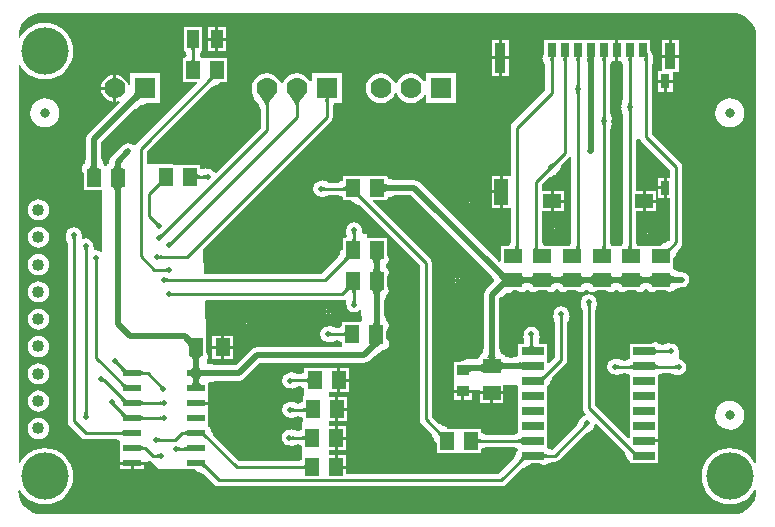
<source format=gtl>
G04*
G04 #@! TF.GenerationSoftware,Altium Limited,Altium Designer,18.1.7 (191)*
G04*
G04 Layer_Physical_Order=1*
G04 Layer_Color=255*
%FSLAX25Y25*%
%MOIN*%
G70*
G01*
G75*
%ADD12C,0.01000*%
%ADD23R,0.03150X0.04882*%
%ADD24R,0.03150X0.04724*%
%ADD25R,0.04528X0.08661*%
%ADD26R,0.05906X0.04528*%
%ADD27R,0.03740X0.08661*%
%ADD28R,0.03740X0.09843*%
%ADD29R,0.07579X0.02756*%
%ADD30R,0.05906X0.02165*%
%ADD31R,0.05906X0.05118*%
%ADD32R,0.05118X0.05906*%
%ADD33R,0.03937X0.03543*%
%ADD34R,0.04000X0.06000*%
%ADD35R,0.04724X0.06000*%
%ADD36R,0.06000X0.04724*%
%ADD37C,0.03200*%
%ADD58C,0.15748*%
%ADD59C,0.02000*%
%ADD60C,0.07000*%
%ADD61R,0.07000X0.07000*%
%ADD62R,0.07000X0.07000*%
%ADD63C,0.04000*%
%ADD64C,0.02000*%
G36*
X10000Y169122D02*
X229323D01*
X229331Y169121D01*
X240297D01*
X241559Y168996D01*
X243057Y168542D01*
X244438Y167804D01*
X245649Y166810D01*
X246642Y165600D01*
X247380Y164218D01*
X247835Y162720D01*
X247979Y161254D01*
X247961Y161161D01*
Y146990D01*
X247960Y146868D01*
X247961Y146864D01*
Y24516D01*
X247959Y24508D01*
Y19174D01*
X247459Y19049D01*
X247005Y19898D01*
X245834Y21326D01*
X244406Y22497D01*
X242778Y23368D01*
X241011Y23904D01*
X239173Y24085D01*
X237336Y23904D01*
X235569Y23368D01*
X233940Y22497D01*
X232513Y21326D01*
X231341Y19898D01*
X230471Y18270D01*
X229935Y16503D01*
X229754Y14665D01*
X229935Y12828D01*
X230471Y11061D01*
X231341Y9432D01*
X232513Y8005D01*
X233940Y6833D01*
X235569Y5963D01*
X237336Y5427D01*
X239173Y5246D01*
X241011Y5427D01*
X242778Y5963D01*
X244406Y6833D01*
X245834Y8005D01*
X247005Y9432D01*
X247459Y10282D01*
X247959Y10156D01*
Y9604D01*
X247835Y8343D01*
X247380Y6844D01*
X246642Y5463D01*
X245649Y4253D01*
X244438Y3259D01*
X243057Y2521D01*
X241559Y2067D01*
X240093Y1922D01*
X240000Y1941D01*
X20382D01*
X20374Y1942D01*
X9703D01*
X8442Y2067D01*
X6943Y2521D01*
X5562Y3259D01*
X4351Y4253D01*
X3358Y5463D01*
X2620Y6844D01*
X2165Y8343D01*
X2021Y9809D01*
X2039Y9902D01*
Y10159D01*
X2539Y10285D01*
X2995Y9432D01*
X4166Y8005D01*
X5594Y6833D01*
X7222Y5963D01*
X8989Y5427D01*
X10827Y5246D01*
X12664Y5427D01*
X14431Y5963D01*
X16060Y6833D01*
X17487Y8005D01*
X18659Y9432D01*
X19529Y11061D01*
X20065Y12828D01*
X20246Y14665D01*
X20065Y16503D01*
X19529Y18270D01*
X18659Y19898D01*
X17487Y21326D01*
X16060Y22497D01*
X14431Y23368D01*
X12664Y23904D01*
X10827Y24085D01*
X8989Y23904D01*
X7222Y23368D01*
X5594Y22497D01*
X4166Y21326D01*
X2995Y19898D01*
X2539Y19046D01*
X2039Y19171D01*
Y24073D01*
X2041Y24293D01*
X2039Y24301D01*
Y146842D01*
X2041Y146850D01*
Y151889D01*
X2541Y152014D01*
X2995Y151164D01*
X4166Y149737D01*
X5594Y148566D01*
X7222Y147695D01*
X8989Y147159D01*
X10827Y146978D01*
X12664Y147159D01*
X14431Y147695D01*
X16060Y148566D01*
X17487Y149737D01*
X18659Y151164D01*
X19529Y152793D01*
X20065Y154560D01*
X20246Y156398D01*
X20065Y158235D01*
X19529Y160002D01*
X18659Y161631D01*
X17487Y163058D01*
X16060Y164230D01*
X14431Y165100D01*
X12664Y165636D01*
X10827Y165817D01*
X8989Y165636D01*
X7222Y165100D01*
X5594Y164230D01*
X4166Y163058D01*
X2995Y161631D01*
X2541Y160781D01*
X2041Y160907D01*
Y161459D01*
X2165Y162720D01*
X2620Y164218D01*
X3358Y165600D01*
X4351Y166810D01*
X5562Y167804D01*
X6943Y168542D01*
X8442Y168996D01*
X9907Y169141D01*
X10000Y169122D01*
D02*
G37*
%LPC*%
G36*
X71138Y164335D02*
X68638D01*
Y160835D01*
X71138D01*
Y164335D01*
D02*
G37*
G36*
X67638D02*
X65138D01*
Y160835D01*
X67638D01*
Y164335D01*
D02*
G37*
G36*
X71138Y159835D02*
X68638D01*
Y156335D01*
X71138D01*
Y159835D01*
D02*
G37*
G36*
X67638D02*
X65138D01*
Y156335D01*
X67638D01*
Y159835D01*
D02*
G37*
G36*
X222142Y160045D02*
X219772D01*
Y155215D01*
X222142D01*
Y160045D01*
D02*
G37*
G36*
X218772D02*
X216402D01*
Y155215D01*
X218772D01*
Y160045D01*
D02*
G37*
G36*
X165488D02*
X163118D01*
Y154624D01*
X165488D01*
Y160045D01*
D02*
G37*
G36*
X162118D02*
X159748D01*
Y154624D01*
X162118D01*
Y160045D01*
D02*
G37*
G36*
X165488Y153624D02*
X163118D01*
Y148203D01*
X165488D01*
Y153624D01*
D02*
G37*
G36*
X162118D02*
X159748D01*
Y148203D01*
X162118D01*
Y153624D01*
D02*
G37*
G36*
X222142Y154215D02*
X216402D01*
Y149691D01*
X215102D01*
Y146750D01*
X220252D01*
Y149384D01*
X222142D01*
Y154215D01*
D02*
G37*
G36*
X132776Y149039D02*
X131470Y148867D01*
X130254Y148364D01*
X129209Y147562D01*
X128408Y146518D01*
X128046Y145644D01*
X127505D01*
X127143Y146518D01*
X126342Y147562D01*
X125297Y148364D01*
X124081Y148867D01*
X122776Y149039D01*
X121470Y148867D01*
X120254Y148364D01*
X119210Y147562D01*
X118408Y146518D01*
X117904Y145301D01*
X117732Y143996D01*
X117904Y142691D01*
X118408Y141474D01*
X119210Y140430D01*
X120254Y139629D01*
X121470Y139125D01*
X122776Y138953D01*
X124081Y139125D01*
X125297Y139629D01*
X126342Y140430D01*
X127143Y141474D01*
X127505Y142348D01*
X128046D01*
X128408Y141474D01*
X129209Y140430D01*
X130254Y139629D01*
X131470Y139125D01*
X132776Y138953D01*
X134081Y139125D01*
X135297Y139629D01*
X136342Y140430D01*
X137143Y141474D01*
X137276Y141794D01*
X137776Y141695D01*
Y138996D01*
X147776D01*
Y148996D01*
X137776D01*
Y146297D01*
X137276Y146198D01*
X137143Y146518D01*
X136342Y147562D01*
X135297Y148364D01*
X134081Y148867D01*
X132776Y149039D01*
D02*
G37*
G36*
X33575Y148469D02*
X32900Y148380D01*
X31805Y147927D01*
X30865Y147205D01*
X30144Y146265D01*
X29691Y145171D01*
X29602Y144496D01*
X33575D01*
Y148469D01*
D02*
G37*
G36*
X220252Y145750D02*
X218177D01*
Y142809D01*
X220252D01*
Y145750D01*
D02*
G37*
G36*
X217177D02*
X215102D01*
Y142809D01*
X217177D01*
Y145750D01*
D02*
G37*
G36*
X33575Y143496D02*
X29602D01*
X29691Y142821D01*
X30144Y141727D01*
X30865Y140787D01*
X31805Y140065D01*
X32900Y139612D01*
X33575Y139523D01*
Y143496D01*
D02*
G37*
G36*
X63138Y164335D02*
X57138D01*
Y156335D01*
X57543D01*
X57550Y156323D01*
X57687Y156064D01*
X57770Y155994D01*
X57816Y155925D01*
X57888Y155566D01*
X57903Y155544D01*
X57909Y155517D01*
X58123Y155214D01*
X58154Y155167D01*
X58123Y155121D01*
X57909Y154818D01*
X57903Y154791D01*
X57888Y154768D01*
X57816Y154410D01*
X57770Y154340D01*
X57687Y154271D01*
X57550Y154012D01*
X57543Y154000D01*
X56910D01*
Y146000D01*
X61372D01*
X61564Y145538D01*
X41275Y125249D01*
X41083Y124963D01*
X40502Y124932D01*
X39676Y125485D01*
X38700Y125679D01*
X37725Y125485D01*
X36898Y124932D01*
X33298Y121332D01*
X32969Y120841D01*
X32696Y120669D01*
X32681Y120647D01*
X32658Y120632D01*
X32452Y120322D01*
X32237Y120019D01*
X32231Y119992D01*
X32216Y119970D01*
X32144Y119605D01*
X32061Y119243D01*
X32053Y118923D01*
X32052Y118907D01*
X31901Y118782D01*
X31658Y118620D01*
X31598Y118529D01*
X31514Y118460D01*
X31379Y118202D01*
X30821D01*
X30686Y118460D01*
X30602Y118529D01*
X30542Y118620D01*
X30299Y118782D01*
X30148Y118907D01*
X30147Y118923D01*
X30138Y119243D01*
X30057Y119605D01*
X29984Y119970D01*
X29969Y119992D01*
X29963Y120019D01*
X29748Y120322D01*
X29649Y120471D01*
Y125965D01*
X40776Y137092D01*
X40941Y137125D01*
X41297Y137182D01*
X41330Y137202D01*
X41367Y137210D01*
X41667Y137410D01*
X41974Y137600D01*
X42711Y138284D01*
X42953Y138477D01*
X43018Y138522D01*
X43179Y138516D01*
X43415Y138469D01*
X43573Y138500D01*
X43733Y138494D01*
X43959Y138577D01*
X44196Y138624D01*
X44329Y138713D01*
X44480Y138769D01*
X44657Y138932D01*
X44752Y138996D01*
X49075D01*
Y148996D01*
X39075D01*
Y145090D01*
X38982Y145027D01*
X38699Y145105D01*
X38425Y145252D01*
X38006Y146265D01*
X37284Y147205D01*
X36344Y147927D01*
X35250Y148380D01*
X34575Y148469D01*
Y143996D01*
Y139523D01*
X35250Y139612D01*
X35470Y139703D01*
X35753Y139279D01*
X25298Y128824D01*
X24745Y127997D01*
X24551Y127021D01*
Y120471D01*
X24452Y120322D01*
X24237Y120019D01*
X24231Y119992D01*
X24216Y119970D01*
X24144Y119605D01*
X24061Y119243D01*
X24053Y118923D01*
X24052Y118907D01*
X23901Y118782D01*
X23658Y118620D01*
X23598Y118529D01*
X23514Y118460D01*
X23378Y118201D01*
X23216Y117958D01*
X23195Y117851D01*
X23144Y117755D01*
X23118Y117464D01*
X23061Y117178D01*
X23082Y117071D01*
X23072Y116963D01*
X23159Y116684D01*
X23216Y116397D01*
X23276Y116307D01*
X23309Y116203D01*
X23496Y115979D01*
X23658Y115736D01*
X23738Y115682D01*
Y110202D01*
X30020D01*
Y89746D01*
X29520Y89479D01*
X28928Y89874D01*
X27953Y90068D01*
X27529Y89984D01*
X27285Y90127D01*
X27083Y90391D01*
X27149Y90723D01*
X27137Y90783D01*
X27145Y90844D01*
X27059Y91171D01*
X26993Y91503D01*
X26959Y91554D01*
X26944Y91614D01*
X26916Y91650D01*
X26764Y92413D01*
X26212Y93239D01*
X25385Y93792D01*
X24409Y93986D01*
X23608Y93827D01*
X23459Y93879D01*
X23285Y94019D01*
X23161Y94209D01*
X23212Y94463D01*
X23200Y94523D01*
X23208Y94584D01*
X23122Y94911D01*
X23056Y95243D01*
X23022Y95294D01*
X23007Y95354D01*
X22979Y95390D01*
X22827Y96153D01*
X22275Y96980D01*
X21448Y97532D01*
X20472Y97726D01*
X19497Y97532D01*
X18670Y96980D01*
X18117Y96153D01*
X17966Y95390D01*
X17938Y95354D01*
X17923Y95294D01*
X17888Y95243D01*
X17822Y94911D01*
X17737Y94584D01*
X17745Y94523D01*
X17733Y94463D01*
X17799Y94131D01*
X17814Y94027D01*
X17814Y94006D01*
X17818Y93997D01*
X17845Y93796D01*
X17876Y93743D01*
X17888Y93683D01*
X17952Y93587D01*
X18014Y93303D01*
X18089Y92931D01*
X18099Y92915D01*
X18103Y92896D01*
X18320Y92585D01*
X18433Y92415D01*
Y32992D01*
X18588Y32212D01*
X19030Y31550D01*
X22967Y27613D01*
X23629Y27171D01*
X24409Y27016D01*
X34723D01*
X34887Y26906D01*
X35191Y26692D01*
X35217Y26686D01*
X35239Y26671D01*
X35604Y26599D01*
X35616Y26596D01*
X35681Y26553D01*
X35751Y26469D01*
X36008Y26334D01*
Y21972D01*
Y19555D01*
X43913D01*
X43913Y19555D01*
Y19555D01*
X46169Y19573D01*
X48769Y16972D01*
X61011D01*
X61098Y16785D01*
X61216Y16676D01*
X61305Y16543D01*
X61505Y16409D01*
X61682Y16245D01*
X61833Y16190D01*
X61967Y16101D01*
X62203Y16053D01*
X62429Y15970D01*
X62571Y15976D01*
X62588Y15962D01*
X62745Y15810D01*
X63065Y15604D01*
X63381Y15393D01*
X63399Y15390D01*
X63414Y15380D01*
X63788Y15312D01*
X63990Y15272D01*
X67286Y11976D01*
X67947Y11534D01*
X68727Y11379D01*
X163007D01*
X163787Y11534D01*
X164449Y11976D01*
X169871Y17398D01*
X170053Y17435D01*
X170409Y17492D01*
X170442Y17512D01*
X170479Y17519D01*
X170780Y17720D01*
X171087Y17909D01*
X171294Y18102D01*
X171431Y18096D01*
X171657Y18180D01*
X171894Y18226D01*
X172027Y18316D01*
X172178Y18371D01*
X172355Y18535D01*
X172555Y18668D01*
X172644Y18802D01*
X172762Y18911D01*
X172849Y19098D01*
X175757D01*
X175800Y19035D01*
X176042Y18872D01*
X176266Y18686D01*
X176371Y18653D01*
X176461Y18592D01*
X176747Y18535D01*
X177026Y18449D01*
X177135Y18459D01*
X177242Y18437D01*
X177528Y18494D01*
X177818Y18520D01*
X177915Y18571D01*
X178022Y18592D01*
X178265Y18754D01*
X178523Y18890D01*
X178593Y18974D01*
X178658Y19017D01*
X178670Y19020D01*
X179034Y19092D01*
X179057Y19107D01*
X179083Y19113D01*
X179387Y19328D01*
X179550Y19437D01*
X180827D01*
X181607Y19592D01*
X182269Y20034D01*
X191288Y29053D01*
X191447Y29048D01*
X191654Y29125D01*
X191872Y29166D01*
X192023Y29264D01*
X192192Y29327D01*
X192354Y29478D01*
X192539Y29598D01*
X192594Y29651D01*
X192603Y29660D01*
X192611Y29667D01*
X192798Y29732D01*
X192841Y29770D01*
X192894Y29792D01*
X193019Y29917D01*
X193030Y29923D01*
X193048Y29946D01*
X193136Y30033D01*
X193392Y30261D01*
X193417Y30313D01*
X193457Y30353D01*
X193589Y30670D01*
X193737Y30978D01*
X193741Y31035D01*
X193763Y31088D01*
X193763Y31166D01*
X193989Y31505D01*
X194082Y31971D01*
X194624Y32136D01*
X204089Y22671D01*
X204126Y22488D01*
X204183Y22131D01*
X204203Y22099D01*
X204210Y22062D01*
X204411Y21761D01*
X204601Y21453D01*
X204805Y21234D01*
X204800Y21103D01*
X204883Y20880D01*
X204929Y20648D01*
X205021Y20511D01*
X205078Y20357D01*
X205240Y20184D01*
X205371Y19986D01*
X205508Y19895D01*
X205620Y19775D01*
X205789Y19697D01*
Y19098D01*
X215368D01*
Y23598D01*
X215368Y23854D01*
X215368D01*
Y24098D01*
X215368D01*
Y25976D01*
X210579D01*
Y26976D01*
X215368D01*
Y28598D01*
X215368Y28854D01*
X215368Y29354D01*
Y33598D01*
X215368Y33854D01*
X215368Y34354D01*
Y38598D01*
X215368Y38854D01*
X215368Y39354D01*
Y43598D01*
X215368Y43854D01*
X215368Y44354D01*
Y48454D01*
X215625Y48589D01*
X215695Y48673D01*
X215760Y48717D01*
X215772Y48719D01*
X216137Y48792D01*
X216159Y48807D01*
X216185Y48812D01*
X216489Y49027D01*
X216652Y49136D01*
X219297D01*
X219414Y49013D01*
X219603Y48928D01*
X219772Y48810D01*
X219962Y48767D01*
X220140Y48688D01*
X220278Y48684D01*
X220306Y48660D01*
X220537Y48583D01*
X220555Y48572D01*
X220587Y48566D01*
X220617Y48557D01*
X220921Y48432D01*
X220993Y48433D01*
X221061Y48410D01*
X221388Y48434D01*
X221716Y48435D01*
X221783Y48463D01*
X221855Y48469D01*
X221890Y48486D01*
X222146Y48435D01*
X223121Y48629D01*
X223948Y49182D01*
X224501Y50009D01*
X224695Y50984D01*
X224501Y51960D01*
X223948Y52787D01*
X223121Y53339D01*
X222840Y53395D01*
X222797Y53443D01*
X222745Y53468D01*
X222705Y53508D01*
X222388Y53638D01*
X222136Y53758D01*
X222136Y56299D01*
X221942Y57275D01*
X221389Y58102D01*
X220562Y58654D01*
X219800Y58806D01*
X219763Y58833D01*
X219704Y58849D01*
X219653Y58883D01*
X219321Y58949D01*
X218994Y59035D01*
X218933Y59026D01*
X218872Y59038D01*
X218541Y58972D01*
X218437Y58958D01*
X218416Y58958D01*
X218406Y58954D01*
X218205Y58926D01*
X218152Y58895D01*
X218092Y58883D01*
X217996Y58819D01*
X217712Y58757D01*
X217340Y58683D01*
X217324Y58672D01*
X217305Y58668D01*
X216994Y58452D01*
X216824Y58338D01*
X216652D01*
X216489Y58448D01*
X216185Y58662D01*
X216159Y58668D01*
X216137Y58683D01*
X215772Y58756D01*
X215760Y58758D01*
X215695Y58802D01*
X215625Y58886D01*
X215367Y59021D01*
X215125Y59183D01*
X215017Y59205D01*
X214920Y59255D01*
X214630Y59281D01*
X214344Y59338D01*
X214237Y59317D01*
X214128Y59327D01*
X213850Y59240D01*
X213564Y59183D01*
X213473Y59123D01*
X213369Y59090D01*
X213145Y58903D01*
X213072Y58854D01*
X205789D01*
Y54098D01*
X205493Y53721D01*
X205462Y53684D01*
X205397Y53640D01*
X205386Y53638D01*
X205021Y53565D01*
X204999Y53550D01*
X204972Y53544D01*
X204668Y53329D01*
X204505Y53220D01*
X203550D01*
X203397Y53323D01*
X203106Y53534D01*
X203067Y53543D01*
X203034Y53565D01*
X202681Y53635D01*
X202362Y53712D01*
X202282Y53765D01*
X202222Y53777D01*
X202169Y53808D01*
X201968Y53836D01*
X201958Y53840D01*
X201937Y53840D01*
X201833Y53854D01*
X201501Y53920D01*
X201441Y53908D01*
X201380Y53917D01*
X201053Y53831D01*
X200721Y53765D01*
X200670Y53731D01*
X200611Y53715D01*
X200574Y53688D01*
X199812Y53536D01*
X198985Y52983D01*
X198432Y52157D01*
X198238Y51181D01*
X198432Y50206D01*
X198985Y49379D01*
X199812Y48826D01*
X200574Y48675D01*
X200611Y48647D01*
X200670Y48631D01*
X200721Y48597D01*
X201053Y48531D01*
X201380Y48445D01*
X201441Y48454D01*
X201501Y48442D01*
X201833Y48508D01*
X201937Y48522D01*
X201958Y48522D01*
X201968Y48526D01*
X202169Y48554D01*
X202222Y48585D01*
X202282Y48597D01*
X202378Y48661D01*
X202662Y48723D01*
X203034Y48797D01*
X203050Y48808D01*
X203069Y48812D01*
X203380Y49028D01*
X203550Y49142D01*
X204505D01*
X204669Y49033D01*
X204972Y48818D01*
X204999Y48812D01*
X205021Y48797D01*
X205386Y48725D01*
X205397Y48722D01*
X205462Y48678D01*
X205532Y48594D01*
X205789Y48460D01*
Y44354D01*
X205789Y44098D01*
X205789Y43598D01*
Y39354D01*
X205789Y39098D01*
X205789Y38598D01*
Y34354D01*
X205789Y34098D01*
X205789Y33598D01*
Y29354D01*
X205789Y29098D01*
X205789Y28598D01*
Y27391D01*
X205327Y27200D01*
X194165Y38362D01*
Y70072D01*
X194268Y70226D01*
X194478Y70516D01*
X194488Y70555D01*
X194510Y70588D01*
X194580Y70941D01*
X194656Y71260D01*
X194710Y71340D01*
X194722Y71400D01*
X194753Y71453D01*
X194781Y71654D01*
X194785Y71664D01*
X194785Y71685D01*
X194799Y71789D01*
X194865Y72120D01*
X194853Y72181D01*
X194862Y72242D01*
X194776Y72569D01*
X194710Y72901D01*
X194676Y72952D01*
X194660Y73011D01*
X194632Y73048D01*
X194481Y73810D01*
X193928Y74637D01*
X193101Y75190D01*
X192126Y75384D01*
X191150Y75190D01*
X190324Y74637D01*
X189771Y73810D01*
X189619Y73048D01*
X189592Y73011D01*
X189576Y72952D01*
X189542Y72901D01*
X189476Y72569D01*
X189390Y72242D01*
X189399Y72181D01*
X189387Y72120D01*
X189453Y71789D01*
X189467Y71685D01*
X189467Y71664D01*
X189471Y71654D01*
X189499Y71453D01*
X189530Y71400D01*
X189542Y71340D01*
X189606Y71244D01*
X189668Y70960D01*
X189742Y70588D01*
X189753Y70572D01*
X189757Y70553D01*
X189973Y70242D01*
X190087Y70072D01*
Y37518D01*
X190242Y36737D01*
X190684Y36076D01*
X191289Y35471D01*
X191125Y34928D01*
X190658Y34835D01*
X189831Y34283D01*
X189749Y34159D01*
X189729Y34153D01*
X189675Y34111D01*
X189610Y34088D01*
X189363Y33868D01*
X189102Y33664D01*
X189068Y33604D01*
X189016Y33558D01*
X188873Y33260D01*
X188845Y33212D01*
X188828Y33190D01*
X188823Y33173D01*
X188709Y32972D01*
X188701Y32904D01*
X188697Y32896D01*
X188639Y32842D01*
X188533Y32608D01*
X188395Y32391D01*
X188370Y32249D01*
X188310Y32118D01*
X188301Y31861D01*
X188295Y31829D01*
X179982Y23516D01*
X179550D01*
X179386Y23625D01*
X179083Y23839D01*
X179057Y23845D01*
X179034Y23860D01*
X178669Y23933D01*
X178658Y23935D01*
X178593Y23979D01*
X178523Y24063D01*
X178266Y24198D01*
Y28598D01*
X178266Y28854D01*
X178266D01*
Y29098D01*
X178266D01*
Y33598D01*
X178266Y33854D01*
X178266Y34354D01*
Y38598D01*
X178266Y38854D01*
X178266Y39354D01*
Y43598D01*
X178266Y43854D01*
X178266Y44697D01*
X178435Y44775D01*
X178547Y44895D01*
X178684Y44986D01*
X178815Y45184D01*
X178977Y45357D01*
X179034Y45511D01*
X179126Y45648D01*
X179172Y45880D01*
X179255Y46103D01*
X179250Y46238D01*
X179274Y46266D01*
X179427Y46425D01*
X179634Y46746D01*
X179845Y47062D01*
X179848Y47079D01*
X179858Y47094D01*
X179926Y47469D01*
X179966Y47671D01*
X184414Y52119D01*
X184856Y52781D01*
X185012Y53561D01*
Y66037D01*
X185114Y66190D01*
X185325Y66481D01*
X185334Y66520D01*
X185356Y66553D01*
X185426Y66905D01*
X185503Y67225D01*
X185556Y67305D01*
X185568Y67365D01*
X185599Y67418D01*
X185627Y67619D01*
X185631Y67628D01*
X185631Y67649D01*
X185646Y67753D01*
X185712Y68085D01*
X185700Y68145D01*
X185708Y68206D01*
X185622Y68534D01*
X185556Y68865D01*
X185522Y68916D01*
X185507Y68976D01*
X185479Y69013D01*
X185327Y69775D01*
X184775Y70602D01*
X183948Y71154D01*
X182972Y71348D01*
X181997Y71154D01*
X181170Y70602D01*
X180617Y69775D01*
X180466Y69013D01*
X180438Y68976D01*
X180423Y68916D01*
X180388Y68865D01*
X180323Y68534D01*
X180237Y68206D01*
X180245Y68145D01*
X180233Y68085D01*
X180299Y67753D01*
X180314Y67649D01*
X180314Y67628D01*
X180318Y67619D01*
X180345Y67418D01*
X180377Y67365D01*
X180388Y67305D01*
X180452Y67209D01*
X180515Y66925D01*
X180588Y66553D01*
X180599Y66537D01*
X180603Y66518D01*
X180820Y66207D01*
X180933Y66037D01*
Y54406D01*
X178728Y52200D01*
X178266Y52391D01*
Y53598D01*
X178266Y53854D01*
X178266D01*
Y54098D01*
X178266D01*
Y58854D01*
X175753D01*
X175618Y59111D01*
X175534Y59181D01*
X175491Y59247D01*
X175488Y59258D01*
X175416Y59623D01*
X175402Y59643D01*
X175416Y59663D01*
X175486Y60016D01*
X175562Y60335D01*
X175616Y60415D01*
X175627Y60475D01*
X175659Y60528D01*
X175686Y60729D01*
X175690Y60738D01*
X175690Y60760D01*
X175705Y60864D01*
X175771Y61195D01*
X175759Y61256D01*
X175767Y61317D01*
X175681Y61644D01*
X175616Y61976D01*
X175581Y62027D01*
X175566Y62086D01*
X175538Y62123D01*
X175386Y62885D01*
X174834Y63712D01*
X174007Y64264D01*
X173031Y64458D01*
X172056Y64264D01*
X171229Y63712D01*
X170677Y62885D01*
X170525Y62123D01*
X170497Y62086D01*
X170482Y62027D01*
X170448Y61976D01*
X170381Y61644D01*
X170296Y61317D01*
X170304Y61256D01*
X170292Y61195D01*
X170358Y60864D01*
X170373Y60760D01*
X170373Y60738D01*
X170377Y60729D01*
X170405Y60528D01*
X170436Y60475D01*
X170448Y60415D01*
X170511Y60319D01*
X170574Y60035D01*
X170648Y59663D01*
X170658Y59647D01*
X170660Y59641D01*
X170648Y59623D01*
X170575Y59258D01*
X170572Y59247D01*
X170529Y59181D01*
X170445Y59111D01*
X170310Y58854D01*
X168687D01*
Y54602D01*
X167998Y54554D01*
X167681Y54551D01*
X167300Y54472D01*
X166919Y54396D01*
X166911Y54391D01*
X166902Y54389D01*
X166581Y54170D01*
X166417Y54061D01*
X165966D01*
X165818Y54160D01*
X165514Y54375D01*
X165488Y54381D01*
X165465Y54396D01*
X165101Y54468D01*
X164738Y54550D01*
X164418Y54559D01*
X164403Y54560D01*
X164277Y54711D01*
X164115Y54954D01*
X164024Y55014D01*
X163955Y55098D01*
X163696Y55233D01*
X163453Y55396D01*
X163347Y55417D01*
X163251Y55467D01*
X163222Y55470D01*
X163186Y55524D01*
X162943Y55687D01*
X162792Y55812D01*
X162791Y55828D01*
X162783Y56148D01*
X162701Y56510D01*
X162628Y56875D01*
X162613Y56897D01*
X162607Y56924D01*
X162392Y57227D01*
X162293Y57376D01*
Y74015D01*
X162562Y74284D01*
X162754Y74326D01*
X163097Y74383D01*
X163141Y74410D01*
X163191Y74420D01*
X163477Y74619D01*
X163773Y74803D01*
X164624Y75600D01*
X164789Y75736D01*
X164859Y75729D01*
X165090Y75669D01*
X165251Y75692D01*
X165413Y75676D01*
X165641Y75746D01*
X165878Y75779D01*
X166018Y75862D01*
X166174Y75910D01*
X166358Y76062D01*
X166564Y76183D01*
X166662Y76313D01*
X166787Y76417D01*
X166899Y76627D01*
X166948Y76693D01*
X168213D01*
X168266Y76613D01*
X168509Y76451D01*
X168734Y76264D01*
X168838Y76231D01*
X168928Y76171D01*
X169214Y76114D01*
X169493Y76027D01*
X169602Y76037D01*
X169708Y76016D01*
X169995Y76073D01*
X170286Y76099D01*
X170382Y76150D01*
X170489Y76171D01*
X170732Y76333D01*
X170990Y76469D01*
X171060Y76553D01*
X171150Y76613D01*
X171312Y76856D01*
X171419Y76985D01*
X171915Y76985D01*
X172021Y76857D01*
X172184Y76613D01*
X172274Y76553D01*
X172343Y76470D01*
X172602Y76334D01*
X172846Y76171D01*
X172952Y76150D01*
X173047Y76100D01*
X173339Y76073D01*
X173626Y76016D01*
X173732Y76037D01*
X173840Y76027D01*
X174119Y76114D01*
X174407Y76171D01*
X174496Y76231D01*
X174600Y76263D01*
X174825Y76451D01*
X175068Y76613D01*
X175121Y76693D01*
X178095D01*
X178148Y76613D01*
X178391Y76451D01*
X178616Y76264D01*
X178719Y76231D01*
X178810Y76171D01*
X179096Y76114D01*
X179375Y76027D01*
X179484Y76037D01*
X179590Y76016D01*
X179877Y76073D01*
X180168Y76099D01*
X180264Y76150D01*
X180370Y76171D01*
X180614Y76333D01*
X180872Y76469D01*
X180942Y76553D01*
X181032Y76613D01*
X181194Y76856D01*
X181301Y76984D01*
X181797Y76985D01*
X181903Y76857D01*
X182066Y76613D01*
X182156Y76553D01*
X182225Y76470D01*
X182484Y76334D01*
X182728Y76171D01*
X182834Y76150D01*
X182929Y76100D01*
X183221Y76073D01*
X183508Y76016D01*
X183614Y76037D01*
X183721Y76027D01*
X184001Y76114D01*
X184288Y76171D01*
X184378Y76231D01*
X184481Y76263D01*
X184706Y76451D01*
X184950Y76613D01*
X185003Y76693D01*
X187977D01*
X188030Y76613D01*
X188273Y76451D01*
X188498Y76264D01*
X188601Y76231D01*
X188692Y76171D01*
X188978Y76114D01*
X189257Y76027D01*
X189365Y76037D01*
X189472Y76016D01*
X189759Y76073D01*
X190050Y76099D01*
X190146Y76150D01*
X190252Y76171D01*
X190495Y76333D01*
X190754Y76469D01*
X190824Y76553D01*
X190914Y76613D01*
X191076Y76856D01*
X191183Y76985D01*
X191679Y76985D01*
X191785Y76857D01*
X191948Y76613D01*
X192038Y76553D01*
X192107Y76470D01*
X192366Y76334D01*
X192610Y76171D01*
X192716Y76150D01*
X192811Y76100D01*
X193103Y76073D01*
X193390Y76016D01*
X193496Y76037D01*
X193603Y76027D01*
X193883Y76114D01*
X194170Y76171D01*
X194260Y76231D01*
X194363Y76263D01*
X194588Y76451D01*
X194832Y76613D01*
X194885Y76693D01*
X197859D01*
X197912Y76613D01*
X198155Y76451D01*
X198380Y76264D01*
X198483Y76231D01*
X198574Y76171D01*
X198860Y76114D01*
X199139Y76027D01*
X199247Y76037D01*
X199354Y76016D01*
X199641Y76073D01*
X199932Y76099D01*
X200028Y76150D01*
X200134Y76171D01*
X200377Y76333D01*
X200636Y76469D01*
X200706Y76553D01*
X200796Y76613D01*
X200958Y76856D01*
X201065Y76984D01*
X201561Y76985D01*
X201667Y76857D01*
X201830Y76613D01*
X201920Y76553D01*
X201989Y76470D01*
X202248Y76334D01*
X202491Y76171D01*
X202597Y76150D01*
X202693Y76100D01*
X202985Y76073D01*
X203272Y76016D01*
X203378Y76037D01*
X203485Y76027D01*
X203765Y76114D01*
X204052Y76171D01*
X204142Y76231D01*
X204245Y76263D01*
X204470Y76451D01*
X204714Y76613D01*
X204767Y76693D01*
X207741D01*
X207794Y76613D01*
X208037Y76451D01*
X208261Y76264D01*
X208365Y76231D01*
X208455Y76171D01*
X208742Y76114D01*
X209021Y76027D01*
X209129Y76037D01*
X209236Y76016D01*
X209522Y76073D01*
X209813Y76099D01*
X209910Y76150D01*
X210016Y76171D01*
X210259Y76333D01*
X210518Y76469D01*
X210587Y76553D01*
X210678Y76613D01*
X210840Y76856D01*
X210947Y76985D01*
X211443Y76985D01*
X211549Y76857D01*
X211712Y76613D01*
X211802Y76553D01*
X211871Y76470D01*
X212130Y76334D01*
X212373Y76171D01*
X212479Y76150D01*
X212575Y76100D01*
X212866Y76073D01*
X213154Y76016D01*
X213260Y76037D01*
X213367Y76027D01*
X213647Y76114D01*
X213934Y76171D01*
X214024Y76231D01*
X214127Y76263D01*
X214352Y76451D01*
X214596Y76613D01*
X214649Y76693D01*
X217798D01*
X217919Y76612D01*
X218143Y76425D01*
X218247Y76393D01*
X218337Y76333D01*
X218624Y76276D01*
X218903Y76189D01*
X219011Y76199D01*
X219118Y76177D01*
X219404Y76234D01*
X219695Y76261D01*
X219792Y76311D01*
X219898Y76333D01*
X220141Y76495D01*
X220400Y76631D01*
X220469Y76714D01*
X220560Y76775D01*
X220722Y77018D01*
X220848Y77168D01*
X220863Y77170D01*
X221183Y77178D01*
X221546Y77260D01*
X221910Y77333D01*
X221933Y77348D01*
X221959Y77354D01*
X222263Y77568D01*
X222411Y77668D01*
X223130D01*
X224105Y77862D01*
X224932Y78414D01*
X225485Y79241D01*
X225679Y80216D01*
X225485Y81192D01*
X224932Y82019D01*
X224105Y82572D01*
X223130Y82766D01*
X222411D01*
X222263Y82865D01*
X221959Y83079D01*
X221933Y83085D01*
X221910Y83100D01*
X221546Y83173D01*
X221183Y83255D01*
X220863Y83263D01*
X220848Y83265D01*
X220722Y83416D01*
X220560Y83658D01*
X220469Y83719D01*
X220400Y83802D01*
X220142Y83938D01*
Y87260D01*
X220311Y87338D01*
X220423Y87458D01*
X220560Y87549D01*
X220691Y87747D01*
X220853Y87920D01*
X220911Y88074D01*
X221002Y88211D01*
X221048Y88443D01*
X221131Y88666D01*
X221126Y88801D01*
X221150Y88829D01*
X221303Y88988D01*
X221510Y89309D01*
X221721Y89625D01*
X221724Y89642D01*
X221734Y89657D01*
X221802Y90032D01*
X221842Y90234D01*
X222742Y91134D01*
X223184Y91795D01*
X223339Y92576D01*
Y117679D01*
X223184Y118459D01*
X222742Y119121D01*
X222742Y119121D01*
X213153Y128709D01*
Y151878D01*
X213278Y152066D01*
X213498Y152395D01*
X213499Y152397D01*
X213500Y152399D01*
X213576Y152789D01*
X213653Y153175D01*
X213653Y153177D01*
X213653Y153180D01*
X213652Y153690D01*
X213650Y153702D01*
X213652Y153715D01*
X213646Y154165D01*
X213634Y154219D01*
X213641Y154274D01*
X213639Y154304D01*
X213597Y154458D01*
X213593Y154619D01*
X213590Y154629D01*
X213520Y154786D01*
X213486Y154956D01*
X213446Y155015D01*
X213431Y155072D01*
X213338Y155192D01*
X213265Y155355D01*
X213153Y155461D01*
Y155529D01*
X213153Y155529D01*
X212998Y156310D01*
X212614Y156885D01*
Y160045D01*
X201878D01*
Y156604D01*
Y153163D01*
X202979D01*
X202987Y153152D01*
X203124Y152892D01*
X203207Y152823D01*
X203253Y152753D01*
X203325Y152395D01*
X203340Y152372D01*
X203346Y152346D01*
X203560Y152042D01*
X203670Y151879D01*
Y140514D01*
X203612Y140465D01*
X203489Y140226D01*
X203337Y140006D01*
X203309Y139876D01*
X203248Y139757D01*
X203226Y139490D01*
X203175Y139252D01*
X203164Y139236D01*
X203130Y139071D01*
X203059Y138918D01*
X203051Y138734D01*
X203047Y138724D01*
X203049Y138699D01*
X203049Y138685D01*
X203001Y138457D01*
X203032Y138292D01*
X203025Y138123D01*
X203105Y137904D01*
X203126Y137795D01*
X203105Y137686D01*
X203025Y137468D01*
X203032Y137299D01*
X203001Y137133D01*
X203049Y136905D01*
X203049Y136892D01*
X203047Y136867D01*
X203051Y136857D01*
X203059Y136673D01*
X203130Y136520D01*
X203164Y136354D01*
X203175Y136339D01*
X203226Y136100D01*
X203248Y135833D01*
X203309Y135715D01*
X203337Y135584D01*
X203489Y135364D01*
X203612Y135126D01*
X203670Y135077D01*
Y92702D01*
X203560Y92538D01*
X203346Y92234D01*
X203340Y92208D01*
X203325Y92186D01*
X203252Y91821D01*
X203250Y91810D01*
X203206Y91744D01*
X203122Y91674D01*
X202987Y91417D01*
X199769D01*
X199634Y91674D01*
X199550Y91744D01*
X199506Y91810D01*
X199504Y91821D01*
X199431Y92186D01*
X199416Y92208D01*
X199410Y92234D01*
X199196Y92538D01*
X199086Y92702D01*
Y130308D01*
X199200Y130478D01*
X199416Y130790D01*
X199420Y130808D01*
X199431Y130824D01*
X199505Y131196D01*
X199566Y131473D01*
X199623Y131558D01*
X199638Y131628D01*
X199674Y131690D01*
X199702Y131890D01*
X199706Y131900D01*
X199706Y131921D01*
X199719Y132015D01*
X199786Y132336D01*
X199773Y132407D01*
X199783Y132478D01*
X199700Y132795D01*
X199648Y133071D01*
X199700Y133346D01*
X199783Y133664D01*
X199773Y133735D01*
X199786Y133805D01*
X199719Y134127D01*
X199706Y134221D01*
X199706Y134242D01*
X199702Y134252D01*
X199674Y134452D01*
X199638Y134514D01*
X199623Y134584D01*
X199566Y134669D01*
X199505Y134945D01*
X199431Y135317D01*
X199420Y135333D01*
X199416Y135352D01*
X199200Y135664D01*
X199086Y135833D01*
Y151879D01*
X199196Y152042D01*
X199410Y152346D01*
X199416Y152372D01*
X199431Y152395D01*
X199503Y152753D01*
X199549Y152823D01*
X199632Y152892D01*
X199768Y153152D01*
X199776Y153163D01*
X200878D01*
Y156604D01*
Y160045D01*
X177150D01*
Y155418D01*
X177120Y155374D01*
X176933Y155149D01*
X176900Y155046D01*
X176840Y154956D01*
X176783Y154668D01*
X176697Y154389D01*
X176706Y154281D01*
X176685Y154175D01*
X176742Y153888D01*
X176769Y153596D01*
X176819Y153501D01*
X176840Y153395D01*
X177003Y153152D01*
X177139Y152892D01*
X177223Y152823D01*
X177269Y152753D01*
X177340Y152395D01*
X177356Y152372D01*
X177362Y152346D01*
X177576Y152042D01*
X177685Y151879D01*
Y143364D01*
X166668Y132347D01*
X166226Y131686D01*
X166071Y130905D01*
Y114848D01*
X163512D01*
Y109518D01*
Y104187D01*
X166071D01*
Y92702D01*
X165962Y92538D01*
X165747Y92234D01*
X165741Y92208D01*
X165726Y92186D01*
X165654Y91821D01*
X165651Y91810D01*
X165608Y91744D01*
X165524Y91674D01*
X165389Y91417D01*
X162732D01*
Y86363D01*
X162232Y86156D01*
X135769Y112619D01*
X134942Y113172D01*
X133967Y113366D01*
X127053D01*
X126904Y113465D01*
X126601Y113680D01*
X126574Y113686D01*
X126552Y113701D01*
X126187Y113773D01*
X125825Y113855D01*
X125505Y113864D01*
X125489Y113865D01*
X125364Y114016D01*
X125201Y114259D01*
X125111Y114319D01*
X125041Y114403D01*
X124784Y114538D01*
Y114827D01*
X123907D01*
X123759Y114856D01*
X123653Y114835D01*
X123545Y114845D01*
X123487Y114827D01*
X110059D01*
Y113253D01*
X109802Y113118D01*
X109732Y113034D01*
X109667Y112991D01*
X109655Y112988D01*
X109291Y112916D01*
X109268Y112900D01*
X109242Y112894D01*
X108938Y112680D01*
X108775Y112571D01*
X105518D01*
X105365Y112673D01*
X105074Y112884D01*
X105035Y112893D01*
X105002Y112916D01*
X104650Y112986D01*
X104331Y113062D01*
X104250Y113116D01*
X104190Y113127D01*
X104137Y113159D01*
X103937Y113186D01*
X103927Y113190D01*
X103906Y113190D01*
X103802Y113205D01*
X103470Y113271D01*
X103410Y113259D01*
X103349Y113267D01*
X103022Y113181D01*
X102690Y113116D01*
X102639Y113081D01*
X102579Y113066D01*
X102543Y113038D01*
X101780Y112886D01*
X100953Y112334D01*
X100401Y111507D01*
X100207Y110531D01*
X100401Y109556D01*
X100953Y108729D01*
X101780Y108177D01*
X102543Y108025D01*
X102579Y107997D01*
X102639Y107982D01*
X102690Y107948D01*
X103022Y107881D01*
X103349Y107796D01*
X103410Y107804D01*
X103470Y107792D01*
X103802Y107858D01*
X103906Y107873D01*
X103927Y107873D01*
X103937Y107877D01*
X104137Y107905D01*
X104190Y107936D01*
X104250Y107948D01*
X104346Y108011D01*
X104630Y108074D01*
X105002Y108148D01*
X105018Y108158D01*
X105037Y108162D01*
X105349Y108379D01*
X105518Y108492D01*
X108775D01*
X108938Y108383D01*
X109242Y108168D01*
X109268Y108162D01*
X109291Y108148D01*
X109655Y108075D01*
X109667Y108072D01*
X109732Y108029D01*
X109802Y107945D01*
X110059Y107810D01*
Y106827D01*
X112622D01*
X112708Y106639D01*
X112826Y106530D01*
X112915Y106397D01*
X113116Y106263D01*
X113293Y106099D01*
X113443Y106044D01*
X113577Y105955D01*
X113813Y105908D01*
X114039Y105824D01*
X114182Y105830D01*
X114198Y105816D01*
X114355Y105665D01*
X114675Y105459D01*
X114991Y105248D01*
X115009Y105244D01*
X115024Y105234D01*
X115399Y105167D01*
X115600Y105127D01*
X135744Y84982D01*
Y33610D01*
X135899Y32830D01*
X136342Y32168D01*
X139860Y28650D01*
X139885Y28507D01*
X139938Y28144D01*
X139955Y28116D01*
X139961Y28084D01*
X140158Y27775D01*
X140346Y27461D01*
X140372Y27441D01*
X140390Y27414D01*
X140528Y27269D01*
X140566Y27226D01*
X140560Y27123D01*
X140657Y26850D01*
X140723Y26568D01*
X140788Y26478D01*
X140825Y26373D01*
X141018Y26157D01*
X141187Y25922D01*
X141282Y25864D01*
X141356Y25781D01*
X141555Y25685D01*
Y22476D01*
X156280D01*
Y23755D01*
X156537Y23890D01*
X156607Y23974D01*
X156672Y24017D01*
X156683Y24020D01*
X157048Y24092D01*
X157070Y24107D01*
X157097Y24113D01*
X157400Y24328D01*
X157564Y24437D01*
X167403D01*
X167566Y24328D01*
X167870Y24113D01*
X167896Y24107D01*
X167919Y24092D01*
X168283Y24020D01*
X168295Y24017D01*
X168360Y23974D01*
X168430Y23890D01*
X168687Y23755D01*
Y23260D01*
X168500Y23174D01*
X168391Y23056D01*
X168257Y22967D01*
X168123Y22766D01*
X167960Y22589D01*
X167904Y22438D01*
X167815Y22305D01*
X167768Y22069D01*
X167685Y21843D01*
X167690Y21700D01*
X167676Y21684D01*
X167525Y21527D01*
X167319Y21206D01*
X167108Y20891D01*
X167104Y20873D01*
X167095Y20858D01*
X167027Y20483D01*
X166987Y20282D01*
X162162Y15457D01*
X111299D01*
Y17118D01*
X107937D01*
Y17618D01*
X107437D01*
Y21618D01*
X105610D01*
Y23362D01*
X107437D01*
Y27362D01*
Y31362D01*
X105610D01*
Y33008D01*
X107634D01*
Y37008D01*
Y41008D01*
X105610D01*
Y42654D01*
X108224D01*
Y46654D01*
Y50653D01*
X97362D01*
Y49375D01*
X97105Y49240D01*
X97035Y49156D01*
X96970Y49113D01*
X96959Y49110D01*
X96594Y49038D01*
X96571Y49022D01*
X96545Y49017D01*
X96241Y48802D01*
X96078Y48693D01*
X95026D01*
X95002Y48710D01*
X94811Y48888D01*
X94680Y48937D01*
X94565Y49018D01*
X94310Y49075D01*
X94066Y49166D01*
X93926Y49161D01*
X93789Y49192D01*
X93628Y49196D01*
X93576Y49202D01*
X93378Y49284D01*
X93321Y49284D01*
X93267Y49303D01*
X93099Y49294D01*
X93083Y49297D01*
X93041Y49290D01*
X92925Y49283D01*
X92582Y49283D01*
X92529Y49261D01*
X92472Y49258D01*
X92164Y49109D01*
X91848Y48977D01*
X91807Y48937D01*
X91756Y48912D01*
X91714Y48865D01*
X91446Y48812D01*
X90619Y48259D01*
X90066Y47432D01*
X89872Y46457D01*
X90066Y45481D01*
X90619Y44654D01*
X91446Y44102D01*
X92421Y43908D01*
X92689Y43961D01*
X92725Y43943D01*
X92798Y43938D01*
X92865Y43910D01*
X93192Y43911D01*
X93519Y43888D01*
X93588Y43912D01*
X93661Y43912D01*
X93963Y44038D01*
X93990Y44047D01*
X94023Y44052D01*
X94042Y44064D01*
X94273Y44142D01*
X94298Y44164D01*
X94442Y44169D01*
X94613Y44247D01*
X94797Y44288D01*
X94972Y44410D01*
X95166Y44499D01*
X95274Y44614D01*
X96078D01*
X96242Y44505D01*
X96545Y44291D01*
X96571Y44285D01*
X96594Y44270D01*
X96959Y44197D01*
X96970Y44194D01*
X97035Y44151D01*
X97105Y44067D01*
X97362Y43932D01*
Y41598D01*
X96772Y41008D01*
Y39532D01*
X96515Y39398D01*
X96445Y39314D01*
X96379Y39270D01*
X96368Y39268D01*
X96003Y39195D01*
X95981Y39180D01*
X95955Y39174D01*
X95651Y38960D01*
X95487Y38850D01*
X95184D01*
X95030Y38953D01*
X94740Y39164D01*
X94701Y39173D01*
X94668Y39195D01*
X94315Y39265D01*
X93996Y39342D01*
X93916Y39395D01*
X93856Y39407D01*
X93802Y39438D01*
X93602Y39466D01*
X93592Y39470D01*
X93571Y39470D01*
X93467Y39484D01*
X93135Y39550D01*
X93075Y39538D01*
X93014Y39547D01*
X92687Y39461D01*
X92355Y39395D01*
X92304Y39361D01*
X92244Y39345D01*
X92208Y39318D01*
X91446Y39166D01*
X90619Y38613D01*
X90066Y37786D01*
X89872Y36811D01*
X90066Y35836D01*
X90619Y35009D01*
X91446Y34456D01*
X92208Y34304D01*
X92244Y34277D01*
X92304Y34261D01*
X92355Y34227D01*
X92687Y34161D01*
X93014Y34075D01*
X93075Y34084D01*
X93135Y34072D01*
X93467Y34138D01*
X93571Y34152D01*
X93592Y34152D01*
X93602Y34156D01*
X93802Y34184D01*
X93856Y34215D01*
X93916Y34227D01*
X94011Y34291D01*
X94296Y34353D01*
X94668Y34427D01*
X94684Y34438D01*
X94703Y34442D01*
X95014Y34658D01*
X95184Y34772D01*
X95487D01*
X95651Y34663D01*
X95955Y34448D01*
X95981Y34442D01*
X96003Y34427D01*
X96368Y34354D01*
X96379Y34352D01*
X96445Y34308D01*
X96515Y34225D01*
X96772Y34090D01*
Y33008D01*
X96575Y32811D01*
Y30280D01*
X96318Y30146D01*
X96248Y30062D01*
X96183Y30018D01*
X96171Y30016D01*
X95806Y29943D01*
X95784Y29928D01*
X95758Y29922D01*
X95454Y29708D01*
X95290Y29598D01*
X95085D01*
X94932Y29701D01*
X94641Y29912D01*
X94602Y29921D01*
X94569Y29943D01*
X94217Y30013D01*
X93897Y30090D01*
X93817Y30143D01*
X93757Y30155D01*
X93704Y30186D01*
X93503Y30214D01*
X93494Y30218D01*
X93473Y30218D01*
X93369Y30232D01*
X93037Y30298D01*
X92977Y30286D01*
X92916Y30295D01*
X92589Y30209D01*
X92257Y30143D01*
X92206Y30109D01*
X92146Y30093D01*
X92110Y30066D01*
X91347Y29914D01*
X90520Y29362D01*
X89968Y28534D01*
X89774Y27559D01*
X89968Y26584D01*
X90520Y25757D01*
X91347Y25204D01*
X92110Y25052D01*
X92146Y25025D01*
X92206Y25009D01*
X92257Y24975D01*
X92589Y24909D01*
X92916Y24824D01*
X92977Y24832D01*
X93037Y24820D01*
X93369Y24886D01*
X93473Y24900D01*
X93494Y24900D01*
X93503Y24904D01*
X93704Y24932D01*
X93757Y24963D01*
X93817Y24975D01*
X93913Y25039D01*
X94197Y25101D01*
X94569Y25175D01*
X94585Y25186D01*
X94604Y25190D01*
X94915Y25406D01*
X95085Y25520D01*
X95290D01*
X95454Y25411D01*
X95758Y25196D01*
X95784Y25190D01*
X95806Y25175D01*
X96171Y25102D01*
X96183Y25100D01*
X96248Y25056D01*
X96318Y24972D01*
X96575Y24838D01*
Y20339D01*
X96318Y20205D01*
X96248Y20121D01*
X96183Y20077D01*
X96171Y20075D01*
X95806Y20002D01*
X95784Y19987D01*
X95758Y19981D01*
X95454Y19767D01*
X95290Y19657D01*
X75648D01*
X66868Y28437D01*
X66841Y28592D01*
X66781Y28968D01*
X66771Y28983D01*
X66768Y29000D01*
X66563Y29321D01*
X66365Y29646D01*
X66150Y29877D01*
X66150Y30068D01*
X66095Y30201D01*
X66075Y30344D01*
X65945Y30566D01*
X65847Y30803D01*
X65746Y30906D01*
X65672Y31030D01*
X65467Y31185D01*
X65286Y31367D01*
X65173Y31414D01*
Y36138D01*
Y38555D01*
X61221D01*
Y39555D01*
X65173D01*
Y41138D01*
Y44658D01*
X65248Y44899D01*
X65238Y45007D01*
X65260Y45114D01*
X65203Y45400D01*
X65195Y45480D01*
X65539Y45992D01*
X65540Y45993D01*
X66233Y46017D01*
X66586Y46100D01*
X66942Y46171D01*
X66972Y46191D01*
X67008Y46200D01*
X67302Y46412D01*
X67443Y46506D01*
X75461D01*
X76436Y46700D01*
X77263Y47253D01*
X82493Y52482D01*
X117059D01*
X118035Y52676D01*
X118861Y53229D01*
X120403Y54771D01*
X120687Y54848D01*
X120994Y54905D01*
X121069Y54953D01*
X121154Y54976D01*
X121400Y55168D01*
X121662Y55337D01*
X122040Y55703D01*
X122725Y56303D01*
X122988Y56504D01*
X123229Y56668D01*
X123424Y56783D01*
X123566Y56852D01*
X123643Y56880D01*
X123645Y56881D01*
X123746Y56889D01*
X124047Y56976D01*
X124355Y57038D01*
X124427Y57086D01*
X124511Y57110D01*
X124756Y57305D01*
X125016Y57480D01*
X125065Y57552D01*
X125133Y57606D01*
X125284Y57880D01*
X125459Y58141D01*
X125476Y58226D01*
X125517Y58302D01*
X125553Y58614D01*
X125614Y58921D01*
X125597Y59007D01*
X125607Y59093D01*
X125520Y59394D01*
X125459Y59702D01*
X125410Y59774D01*
X125386Y59857D01*
X125191Y60103D01*
X125016Y60363D01*
X124944Y60412D01*
X124890Y60479D01*
X124616Y60631D01*
X124587Y60651D01*
Y63238D01*
X124703Y63300D01*
X124773Y63383D01*
X124863Y63443D01*
X125025Y63687D01*
X125213Y63911D01*
X125245Y64015D01*
X125305Y64105D01*
X125362Y64392D01*
X125449Y64671D01*
X125439Y64779D01*
X125460Y64885D01*
X125403Y65172D01*
X125377Y65463D01*
X125326Y65559D01*
X125305Y65666D01*
X125143Y65909D01*
X125007Y66167D01*
X124924Y66237D01*
X124863Y66327D01*
X124620Y66490D01*
X124469Y66615D01*
X124468Y66631D01*
X124460Y66951D01*
X124378Y67313D01*
X124305Y67678D01*
X124290Y67700D01*
X124284Y67727D01*
X124070Y68030D01*
X123970Y68179D01*
Y73381D01*
X124070Y73530D01*
X124284Y73833D01*
X124290Y73860D01*
X124305Y73882D01*
X124378Y74247D01*
X124460Y74609D01*
X124468Y74926D01*
X124469Y74932D01*
X124620Y75058D01*
X124863Y75221D01*
X124923Y75310D01*
X125006Y75380D01*
X125143Y75639D01*
X125305Y75882D01*
X125326Y75988D01*
X125377Y76084D01*
X125403Y76375D01*
X125460Y76663D01*
X125439Y76768D01*
X125449Y76876D01*
X125362Y77156D01*
X125305Y77443D01*
X125245Y77533D01*
X125213Y77636D01*
X125026Y77861D01*
X124863Y78105D01*
X124784Y78158D01*
Y81131D01*
X124863Y81185D01*
X125025Y81428D01*
X125213Y81652D01*
X125245Y81756D01*
X125305Y81846D01*
X125362Y82133D01*
X125449Y82412D01*
X125439Y82520D01*
X125460Y82627D01*
X125403Y82913D01*
X125377Y83204D01*
X125326Y83300D01*
X125305Y83407D01*
X125143Y83650D01*
X125007Y83909D01*
X124924Y83978D01*
X124863Y84069D01*
X124620Y84231D01*
X124469Y84356D01*
X124468Y84372D01*
X124460Y84692D01*
X124417Y84879D01*
X124460Y85067D01*
X124468Y85384D01*
X124469Y85390D01*
X124620Y85516D01*
X124863Y85678D01*
X124923Y85768D01*
X125006Y85837D01*
X125143Y86096D01*
X125305Y86340D01*
X125326Y86446D01*
X125377Y86541D01*
X125403Y86833D01*
X125460Y87120D01*
X125439Y87226D01*
X125449Y87334D01*
X125362Y87613D01*
X125305Y87901D01*
X125245Y87990D01*
X125213Y88094D01*
X125026Y88319D01*
X124863Y88562D01*
X124784Y88615D01*
Y94108D01*
X118131D01*
X118110Y94159D01*
Y95472D01*
X116991D01*
X116879Y95523D01*
X116828Y95567D01*
X116585Y95973D01*
X116617Y96136D01*
X116605Y96197D01*
X116613Y96257D01*
X116528Y96585D01*
X116462Y96917D01*
X116428Y96968D01*
X116412Y97027D01*
X116384Y97064D01*
X116233Y97826D01*
X115680Y98653D01*
X114853Y99205D01*
X113878Y99399D01*
X112902Y99205D01*
X112075Y98653D01*
X111523Y97826D01*
X111371Y97064D01*
X111344Y97027D01*
X111328Y96968D01*
X111294Y96917D01*
X111228Y96585D01*
X111142Y96257D01*
X111151Y96197D01*
X111139Y96136D01*
X111205Y95804D01*
X111219Y95701D01*
X111219Y95679D01*
X111223Y95670D01*
X111251Y95469D01*
X111282Y95416D01*
X111294Y95356D01*
X111358Y95260D01*
X111420Y94976D01*
X111467Y94740D01*
X111421Y94512D01*
X111419Y94500D01*
X111375Y94435D01*
X111291Y94365D01*
X111157Y94108D01*
X110059D01*
Y90270D01*
X109872Y90184D01*
X109763Y90066D01*
X109629Y89976D01*
X109495Y89776D01*
X109332Y89599D01*
X109276Y89448D01*
X109187Y89315D01*
X109140Y89078D01*
X109057Y88852D01*
X109063Y88710D01*
X109048Y88694D01*
X108897Y88537D01*
X108691Y88216D01*
X108480Y87901D01*
X108476Y87883D01*
X108467Y87867D01*
X108399Y87493D01*
X108359Y87292D01*
X103224Y82157D01*
X63780D01*
X63509Y89896D01*
X63482Y90165D01*
X106225Y132908D01*
X106667Y133570D01*
X106823Y134350D01*
Y138212D01*
X106932Y138375D01*
X107146Y138678D01*
X107152Y138705D01*
X107167Y138728D01*
X107221Y138996D01*
X109783D01*
Y148996D01*
X99783D01*
Y146297D01*
X99283Y146198D01*
X99151Y146518D01*
X98349Y147562D01*
X97305Y148364D01*
X96089Y148867D01*
X94784Y149039D01*
X93478Y148867D01*
X92262Y148364D01*
X91217Y147562D01*
X90416Y146518D01*
X90054Y145644D01*
X89513D01*
X89151Y146518D01*
X88349Y147562D01*
X87305Y148364D01*
X86089Y148867D01*
X84784Y149039D01*
X83478Y148867D01*
X82262Y148364D01*
X81217Y147562D01*
X80416Y146518D01*
X79912Y145301D01*
X79740Y143996D01*
X79912Y142691D01*
X80330Y141682D01*
X80294Y141508D01*
X80295Y141502D01*
X80294Y141497D01*
X80371Y141112D01*
X80445Y140727D01*
X80448Y140722D01*
X80449Y140716D01*
X80667Y140390D01*
X80884Y140063D01*
X81215Y139728D01*
X81755Y139118D01*
X81930Y138891D01*
X82073Y138682D01*
X82170Y138516D01*
X82226Y138400D01*
X82244Y138350D01*
X82251Y138266D01*
X82338Y137962D01*
X82399Y137652D01*
X82446Y137582D01*
X82469Y137501D01*
X82666Y137253D01*
X82744Y137136D01*
Y130904D01*
X67739Y115899D01*
X67242Y115948D01*
X66960Y116369D01*
X66133Y116922D01*
X65371Y117074D01*
X65334Y117101D01*
X65275Y117117D01*
X65224Y117151D01*
X64892Y117217D01*
X64565Y117303D01*
X64504Y117294D01*
X64443Y117306D01*
X64112Y117240D01*
X64008Y117226D01*
X63986Y117226D01*
X63977Y117222D01*
X63776Y117194D01*
X63723Y117163D01*
X63663Y117151D01*
X63567Y117087D01*
X63283Y117025D01*
X63178Y117004D01*
X63081Y117023D01*
X63069Y117026D01*
X63004Y117069D01*
X62934Y117154D01*
X62677Y117288D01*
Y118567D01*
X44756Y118602D01*
Y122962D01*
X66093Y144300D01*
X66276Y144336D01*
X66633Y144394D01*
X66665Y144414D01*
X66702Y144421D01*
X67003Y144622D01*
X67310Y144812D01*
X67529Y145016D01*
X67661Y145011D01*
X67883Y145094D01*
X68116Y145140D01*
X68252Y145231D01*
X68406Y145289D01*
X68580Y145450D01*
X68778Y145582D01*
X68869Y145719D01*
X68989Y145830D01*
X69067Y146000D01*
X71634D01*
Y154000D01*
X64909D01*
Y154000D01*
X64909Y154000D01*
X63634D01*
Y154000D01*
X63001D01*
X62993Y154012D01*
X62857Y154271D01*
X62774Y154340D01*
X62727Y154410D01*
X62656Y154768D01*
X62641Y154791D01*
X62634Y154818D01*
X62420Y155121D01*
X62389Y155167D01*
X62420Y155214D01*
X62634Y155517D01*
X62641Y155544D01*
X62656Y155566D01*
X62727Y155925D01*
X62774Y155994D01*
X62857Y156064D01*
X62993Y156323D01*
X63001Y156335D01*
X63138D01*
Y156540D01*
X63156Y156566D01*
X63177Y156672D01*
X63227Y156768D01*
X63254Y157059D01*
X63311Y157347D01*
X63290Y157453D01*
X63300Y157560D01*
X63213Y157840D01*
X63156Y158127D01*
X63138Y158154D01*
Y164335D01*
D02*
G37*
G36*
X238974Y140576D02*
X237737Y140374D01*
X236593Y139864D01*
X235616Y139078D01*
X234873Y138069D01*
X234412Y136904D01*
X234263Y135660D01*
X234350Y135039D01*
X234350D01*
X234464Y134405D01*
X235009Y133238D01*
X235836Y132250D01*
X236888Y131507D01*
X238096Y131060D01*
X239379Y130937D01*
X240650Y131149D01*
X241824Y131679D01*
X242323Y132087D01*
X242323Y132087D01*
X242323Y132087D01*
X242793Y132501D01*
X243491Y133542D01*
X243900Y134726D01*
X243993Y135976D01*
X243764Y137208D01*
X243228Y138340D01*
X242421Y139299D01*
X241396Y140020D01*
X240221Y140455D01*
X238974Y140576D01*
D02*
G37*
G36*
X10627D02*
X9391Y140374D01*
X8246Y139864D01*
X7270Y139078D01*
X6527Y138069D01*
X6066Y136904D01*
X5917Y135660D01*
X6004Y135039D01*
X6004D01*
X6117Y134405D01*
X6662Y133238D01*
X7489Y132250D01*
X8542Y131507D01*
X9750Y131060D01*
X11032Y130937D01*
X12303Y131149D01*
X13477Y131679D01*
X13976Y132087D01*
X13976Y132087D01*
X13976Y132087D01*
X14446Y132501D01*
X15144Y133542D01*
X15553Y134726D01*
X15646Y135976D01*
X15418Y137208D01*
X14882Y138340D01*
X14075Y139299D01*
X13050Y140020D01*
X11875Y140455D01*
X10627Y140576D01*
D02*
G37*
G36*
X162512Y114848D02*
X159748D01*
Y110018D01*
X162512D01*
Y114848D01*
D02*
G37*
G36*
X153551Y107365D02*
Y106996D01*
X153920D01*
X153772Y107217D01*
X153551Y107365D01*
D02*
G37*
G36*
X152551D02*
X152330Y107217D01*
X152183Y106996D01*
X152551D01*
Y107365D01*
D02*
G37*
G36*
X153920Y105996D02*
X153551D01*
Y105628D01*
X153772Y105775D01*
X153920Y105996D01*
D02*
G37*
G36*
X152551D02*
X152183D01*
X152330Y105775D01*
X152551Y105628D01*
Y105996D01*
D02*
G37*
G36*
X162512Y109018D02*
X159748D01*
Y104187D01*
X162512D01*
Y109018D01*
D02*
G37*
G36*
X8661Y106975D02*
X7748Y106855D01*
X6896Y106502D01*
X6165Y105941D01*
X5604Y105210D01*
X5252Y104358D01*
X5131Y103445D01*
X5252Y102531D01*
X5604Y101680D01*
X6165Y100949D01*
X6896Y100388D01*
X7748Y100035D01*
X8661Y99915D01*
X9575Y100035D01*
X10426Y100388D01*
X11158Y100949D01*
X11719Y101680D01*
X12071Y102531D01*
X12192Y103445D01*
X12071Y104358D01*
X11719Y105210D01*
X11158Y105941D01*
X10426Y106502D01*
X9575Y106855D01*
X8661Y106975D01*
D02*
G37*
G36*
Y97871D02*
X7748Y97751D01*
X6896Y97398D01*
X6165Y96837D01*
X5604Y96106D01*
X5252Y95254D01*
X5131Y94340D01*
X5252Y93427D01*
X5604Y92575D01*
X6165Y91844D01*
X6896Y91283D01*
X7748Y90931D01*
X8661Y90810D01*
X9575Y90931D01*
X10426Y91283D01*
X11158Y91844D01*
X11719Y92575D01*
X12071Y93427D01*
X12192Y94340D01*
X12071Y95254D01*
X11719Y96106D01*
X11158Y96837D01*
X10426Y97398D01*
X9575Y97751D01*
X8661Y97871D01*
D02*
G37*
G36*
Y88766D02*
X7748Y88646D01*
X6896Y88293D01*
X6165Y87732D01*
X5604Y87001D01*
X5252Y86150D01*
X5131Y85236D01*
X5252Y84323D01*
X5604Y83471D01*
X6165Y82740D01*
X6896Y82179D01*
X7748Y81826D01*
X8661Y81706D01*
X9575Y81826D01*
X10426Y82179D01*
X11158Y82740D01*
X11719Y83471D01*
X12071Y84323D01*
X12192Y85236D01*
X12071Y86150D01*
X11719Y87001D01*
X11158Y87732D01*
X10426Y88293D01*
X9575Y88646D01*
X8661Y88766D01*
D02*
G37*
G36*
Y79662D02*
X7748Y79542D01*
X6896Y79189D01*
X6165Y78628D01*
X5604Y77897D01*
X5252Y77046D01*
X5131Y76132D01*
X5252Y75218D01*
X5604Y74367D01*
X6165Y73636D01*
X6896Y73075D01*
X7748Y72722D01*
X8661Y72602D01*
X9575Y72722D01*
X10426Y73075D01*
X11158Y73636D01*
X11719Y74367D01*
X12071Y75218D01*
X12192Y76132D01*
X12071Y77046D01*
X11719Y77897D01*
X11158Y78628D01*
X10426Y79189D01*
X9575Y79542D01*
X8661Y79662D01*
D02*
G37*
G36*
Y70558D02*
X7748Y70438D01*
X6896Y70085D01*
X6165Y69524D01*
X5604Y68793D01*
X5252Y67941D01*
X5131Y67027D01*
X5252Y66114D01*
X5604Y65263D01*
X6165Y64531D01*
X6896Y63970D01*
X7748Y63618D01*
X8661Y63497D01*
X9575Y63618D01*
X10426Y63970D01*
X11158Y64531D01*
X11719Y65263D01*
X12071Y66114D01*
X12192Y67027D01*
X12071Y67941D01*
X11719Y68793D01*
X11158Y69524D01*
X10426Y70085D01*
X9575Y70438D01*
X8661Y70558D01*
D02*
G37*
G36*
Y61453D02*
X7748Y61333D01*
X6896Y60980D01*
X6165Y60419D01*
X5604Y59688D01*
X5252Y58837D01*
X5131Y57923D01*
X5252Y57010D01*
X5604Y56158D01*
X6165Y55427D01*
X6896Y54866D01*
X7748Y54513D01*
X8661Y54393D01*
X9575Y54513D01*
X10426Y54866D01*
X11158Y55427D01*
X11719Y56158D01*
X12071Y57010D01*
X12192Y57923D01*
X12071Y58837D01*
X11719Y59688D01*
X11158Y60419D01*
X10426Y60980D01*
X9575Y61333D01*
X8661Y61453D01*
D02*
G37*
G36*
X112087Y50653D02*
X109224D01*
Y47153D01*
X112087D01*
Y50653D01*
D02*
G37*
G36*
X8661Y52349D02*
X7748Y52229D01*
X6896Y51876D01*
X6165Y51315D01*
X5604Y50584D01*
X5252Y49733D01*
X5131Y48819D01*
X5252Y47905D01*
X5604Y47054D01*
X6165Y46323D01*
X6896Y45762D01*
X7748Y45409D01*
X8661Y45289D01*
X9575Y45409D01*
X10426Y45762D01*
X11158Y46323D01*
X11719Y47054D01*
X12071Y47905D01*
X12192Y48819D01*
X12071Y49733D01*
X11719Y50584D01*
X11158Y51315D01*
X10426Y51876D01*
X9575Y52229D01*
X8661Y52349D01*
D02*
G37*
G36*
X112087Y46154D02*
X109224D01*
Y42654D01*
X112087D01*
Y46154D01*
D02*
G37*
G36*
X111496Y41008D02*
X108634D01*
Y37508D01*
X111496D01*
Y41008D01*
D02*
G37*
G36*
X8661Y43245D02*
X7748Y43124D01*
X6896Y42772D01*
X6165Y42211D01*
X5604Y41480D01*
X5252Y40628D01*
X5131Y39715D01*
X5252Y38801D01*
X5604Y37949D01*
X6165Y37218D01*
X6896Y36657D01*
X7748Y36305D01*
X8661Y36184D01*
X9575Y36305D01*
X10426Y36657D01*
X11158Y37218D01*
X11719Y37949D01*
X12071Y38801D01*
X12192Y39715D01*
X12071Y40628D01*
X11719Y41480D01*
X11158Y42211D01*
X10426Y42772D01*
X9575Y43124D01*
X8661Y43245D01*
D02*
G37*
G36*
X111496Y36508D02*
X108634D01*
Y33008D01*
X111496D01*
Y36508D01*
D02*
G37*
G36*
X238974Y39775D02*
X237737Y39574D01*
X236593Y39063D01*
X235616Y38278D01*
X234873Y37269D01*
X234412Y36104D01*
X234263Y34859D01*
X234350Y34239D01*
X234350D01*
X234464Y33605D01*
X235009Y32438D01*
X235836Y31449D01*
X236888Y30707D01*
X238096Y30259D01*
X239379Y30137D01*
X240650Y30348D01*
X241824Y30879D01*
X242323Y31286D01*
X242323Y31286D01*
X242323Y31286D01*
X242793Y31700D01*
X243491Y32741D01*
X243900Y33926D01*
X243993Y35175D01*
X243764Y36407D01*
X243228Y37540D01*
X242421Y38499D01*
X241396Y39219D01*
X240221Y39655D01*
X238974Y39775D01*
D02*
G37*
G36*
X111299Y31362D02*
X108437D01*
Y27862D01*
X111299D01*
Y31362D01*
D02*
G37*
G36*
X8661Y34140D02*
X7748Y34020D01*
X6896Y33667D01*
X6165Y33106D01*
X5604Y32375D01*
X5252Y31524D01*
X5131Y30610D01*
X5252Y29697D01*
X5604Y28845D01*
X6165Y28114D01*
X6896Y27553D01*
X7748Y27200D01*
X8661Y27080D01*
X9575Y27200D01*
X10426Y27553D01*
X11158Y28114D01*
X11719Y28845D01*
X12071Y29697D01*
X12192Y30610D01*
X12071Y31524D01*
X11719Y32375D01*
X11158Y33106D01*
X10426Y33667D01*
X9575Y34020D01*
X8661Y34140D01*
D02*
G37*
G36*
X111299Y26862D02*
X108437D01*
Y23362D01*
X111299D01*
Y26862D01*
D02*
G37*
G36*
Y21618D02*
X108437D01*
Y18118D01*
X111299D01*
Y21618D01*
D02*
G37*
G36*
X43913Y18555D02*
X40461D01*
Y16972D01*
X43913D01*
Y18555D01*
D02*
G37*
G36*
X39461D02*
X36008D01*
Y16972D01*
X39461D01*
Y18555D01*
D02*
G37*
%LPD*%
G36*
X61177Y157337D02*
X61092Y157307D01*
X61017Y157257D01*
X60952Y157187D01*
X60897Y157097D01*
X60852Y156987D01*
X60817Y156857D01*
X60792Y156707D01*
X60777Y156537D01*
X60772Y156347D01*
X59772D01*
X59767Y156537D01*
X59752Y156707D01*
X59727Y156857D01*
X59692Y156987D01*
X59647Y157097D01*
X59592Y157187D01*
X59527Y157257D01*
X59452Y157307D01*
X59367Y157337D01*
X59272Y157347D01*
X61272D01*
X61177Y157337D01*
D02*
G37*
G36*
X211604Y154165D02*
X211607Y154135D01*
X211613Y153685D01*
X211614Y153175D01*
X210614D01*
X210609Y153365D01*
X210594Y153535D01*
X210569Y153685D01*
X210534Y153815D01*
X210489Y153925D01*
X210434Y154015D01*
X210369Y154085D01*
X210294Y154135D01*
X210209Y154165D01*
X210114Y154175D01*
X211602D01*
X211604Y154165D01*
D02*
G37*
G36*
X206614D02*
X206529Y154135D01*
X206454Y154085D01*
X206389Y154015D01*
X206334Y153925D01*
X206289Y153815D01*
X206254Y153685D01*
X206229Y153535D01*
X206214Y153365D01*
X206209Y153175D01*
X205209D01*
X205204Y153365D01*
X205189Y153535D01*
X205164Y153685D01*
X205129Y153815D01*
X205084Y153925D01*
X205029Y154015D01*
X204964Y154085D01*
X204889Y154135D01*
X204804Y154165D01*
X204709Y154175D01*
X206709D01*
X206614Y154165D01*
D02*
G37*
G36*
X197952D02*
X197867Y154135D01*
X197792Y154085D01*
X197727Y154015D01*
X197672Y153925D01*
X197627Y153815D01*
X197592Y153685D01*
X197567Y153535D01*
X197552Y153365D01*
X197547Y153175D01*
X196547D01*
X196542Y153365D01*
X196527Y153535D01*
X196502Y153685D01*
X196467Y153815D01*
X196422Y153925D01*
X196367Y154015D01*
X196302Y154085D01*
X196227Y154135D01*
X196142Y154165D01*
X196047Y154175D01*
X198047D01*
X197952Y154165D01*
D02*
G37*
G36*
X189291D02*
X189206Y154135D01*
X189131Y154085D01*
X189066Y154015D01*
X189011Y153925D01*
X188966Y153815D01*
X188931Y153685D01*
X188906Y153535D01*
X188891Y153365D01*
X188886Y153175D01*
X187886D01*
X187881Y153365D01*
X187866Y153535D01*
X187841Y153685D01*
X187806Y153815D01*
X187761Y153925D01*
X187706Y154015D01*
X187641Y154085D01*
X187566Y154135D01*
X187481Y154165D01*
X187386Y154175D01*
X189386D01*
X189291Y154165D01*
D02*
G37*
G36*
X184960D02*
X184875Y154135D01*
X184800Y154085D01*
X184735Y154015D01*
X184680Y153925D01*
X184635Y153815D01*
X184600Y153685D01*
X184575Y153535D01*
X184560Y153365D01*
X184555Y153175D01*
X183555D01*
X183550Y153365D01*
X183535Y153535D01*
X183510Y153685D01*
X183475Y153815D01*
X183430Y153925D01*
X183375Y154015D01*
X183310Y154085D01*
X183235Y154135D01*
X183150Y154165D01*
X183055Y154175D01*
X185055D01*
X184960Y154165D01*
D02*
G37*
G36*
X180629D02*
X180544Y154135D01*
X180469Y154085D01*
X180404Y154015D01*
X180349Y153925D01*
X180304Y153815D01*
X180269Y153685D01*
X180244Y153535D01*
X180229Y153365D01*
X180224Y153175D01*
X179224D01*
X179219Y153365D01*
X179204Y153535D01*
X179179Y153685D01*
X179144Y153815D01*
X179099Y153925D01*
X179044Y154015D01*
X178979Y154085D01*
X178904Y154135D01*
X178819Y154165D01*
X178724Y154175D01*
X180724D01*
X180629Y154165D01*
D02*
G37*
G36*
X60777Y153798D02*
X60792Y153628D01*
X60817Y153478D01*
X60852Y153348D01*
X60897Y153238D01*
X60952Y153148D01*
X61017Y153078D01*
X61092Y153028D01*
X61177Y152998D01*
X61272Y152988D01*
X59272D01*
X59367Y152998D01*
X59452Y153028D01*
X59527Y153078D01*
X59592Y153148D01*
X59647Y153238D01*
X59692Y153348D01*
X59727Y153478D01*
X59752Y153628D01*
X59767Y153798D01*
X59772Y153988D01*
X60772D01*
X60777Y153798D01*
D02*
G37*
G36*
X194172Y154155D02*
X194077Y154095D01*
X193992Y153995D01*
X193919Y153855D01*
X193857Y153675D01*
X193807Y153455D01*
X193767Y153195D01*
X193739Y152895D01*
X193717Y152175D01*
X191717D01*
X191711Y152555D01*
X191666Y153195D01*
X191627Y153455D01*
X191576Y153675D01*
X191514Y153855D01*
X191441Y153995D01*
X191356Y154095D01*
X191261Y154155D01*
X191154Y154175D01*
X194279D01*
X194172Y154155D01*
D02*
G37*
G36*
X67336Y147024D02*
X67259Y147079D01*
X67168Y147107D01*
X67062Y147105D01*
X66943Y147076D01*
X66808Y147018D01*
X66660Y146932D01*
X66497Y146818D01*
X66319Y146675D01*
X65921Y146305D01*
X65214Y147012D01*
X65413Y147218D01*
X65727Y147587D01*
X65841Y147750D01*
X65927Y147899D01*
X65985Y148033D01*
X66015Y148153D01*
X66016Y148258D01*
X65989Y148349D01*
X65934Y148426D01*
X67336Y147024D01*
D02*
G37*
G36*
X188886Y145167D02*
X188888Y145059D01*
X188904Y144866D01*
X188918Y144780D01*
X188936Y144701D01*
X188958Y144629D01*
X188984Y144565D01*
X189014Y144508D01*
X189048Y144458D01*
X189086Y144415D01*
X188386Y143701D01*
X189086Y142987D01*
X189048Y142944D01*
X189014Y142894D01*
X188984Y142837D01*
X188958Y142772D01*
X188936Y142701D01*
X188918Y142622D01*
X188904Y142536D01*
X188888Y142342D01*
X188886Y142235D01*
X187886Y142235D01*
X187878Y142443D01*
X187868Y142536D01*
X187854Y142622D01*
X187836Y142701D01*
X187814Y142772D01*
X187788Y142837D01*
X187758Y142894D01*
X187724Y142944D01*
X187686Y142987D01*
X188386Y143701D01*
X187686Y144415D01*
X187724Y144458D01*
X187758Y144508D01*
X187788Y144565D01*
X187814Y144629D01*
X187836Y144701D01*
X187854Y144780D01*
X187868Y144866D01*
X187878Y144959D01*
X187886Y145167D01*
X188886Y145167D01*
D02*
G37*
G36*
X43415Y140508D02*
X43260Y140621D01*
X43076Y140678D01*
X42864D01*
X42623Y140621D01*
X42355Y140508D01*
X42058Y140338D01*
X41732Y140112D01*
X41379Y139829D01*
X40587Y139094D01*
X39173Y140508D01*
X39569Y140918D01*
X40191Y141654D01*
X40417Y141979D01*
X40587Y142276D01*
X40700Y142544D01*
X40756Y142785D01*
Y142997D01*
X40700Y143181D01*
X40587Y143336D01*
X43415Y140508D01*
D02*
G37*
G36*
X105689Y140498D02*
X105604Y140468D01*
X105528Y140418D01*
X105464Y140348D01*
X105409Y140258D01*
X105364Y140148D01*
X105329Y140018D01*
X105304Y139868D01*
X105289Y139698D01*
X105283Y139508D01*
X104283D01*
X104279Y139698D01*
X104263Y139868D01*
X104238Y140018D01*
X104203Y140148D01*
X104158Y140258D01*
X104104Y140348D01*
X104039Y140418D01*
X103963Y140468D01*
X103878Y140498D01*
X103784Y140508D01*
X105783D01*
X105689Y140498D01*
D02*
G37*
G36*
X96863Y141122D02*
X96239Y140418D01*
X95986Y140089D01*
X95771Y139775D01*
X95596Y139476D01*
X95459Y139192D01*
X95362Y138924D01*
X95303Y138670D01*
X95284Y138432D01*
X94283D01*
X94264Y138670D01*
X94205Y138924D01*
X94108Y139192D01*
X93972Y139476D01*
X93796Y139775D01*
X93581Y140089D01*
X93328Y140418D01*
X92704Y141122D01*
X92334Y141497D01*
X97233D01*
X96863Y141122D01*
D02*
G37*
G36*
X86863D02*
X86239Y140418D01*
X85985Y140089D01*
X85771Y139775D01*
X85596Y139476D01*
X85459Y139192D01*
X85361Y138924D01*
X85303Y138670D01*
X85283Y138432D01*
X84284D01*
X84264Y138670D01*
X84206Y138924D01*
X84108Y139192D01*
X83972Y139476D01*
X83796Y139775D01*
X83582Y140089D01*
X83328Y140418D01*
X82704Y141122D01*
X82333Y141497D01*
X87234D01*
X86863Y141122D01*
D02*
G37*
G36*
X206211Y139204D02*
X206229Y139011D01*
X206245Y138927D01*
X206265Y138849D01*
X206290Y138779D01*
X206319Y138717D01*
X206352Y138662D01*
X206391Y138615D01*
X206433Y138575D01*
X205669Y137795D01*
X206433Y137016D01*
X206391Y136976D01*
X206352Y136928D01*
X206319Y136874D01*
X206290Y136811D01*
X206265Y136741D01*
X206245Y136664D01*
X206229Y136579D01*
X206211Y136387D01*
X206209Y136279D01*
X205209Y136394D01*
X205207Y136502D01*
X205193Y136697D01*
X205182Y136784D01*
X205167Y136863D01*
X205148Y136935D01*
X205126Y137001D01*
X205101Y137059D01*
X205072Y137110D01*
X205040Y137153D01*
X205669Y137795D01*
X205040Y138437D01*
X205072Y138481D01*
X205101Y138532D01*
X205126Y138590D01*
X205148Y138655D01*
X205167Y138728D01*
X205182Y138807D01*
X205193Y138894D01*
X205207Y139088D01*
X205209Y139197D01*
X206209Y139311D01*
X206211Y139204D01*
D02*
G37*
G36*
X197547Y134537D02*
X197549Y134429D01*
X197565Y134236D01*
X197579Y134150D01*
X197597Y134071D01*
X197619Y133999D01*
X197645Y133935D01*
X197675Y133878D01*
X197709Y133828D01*
X197747Y133785D01*
X197047Y133071D01*
X197747Y132357D01*
X197709Y132314D01*
X197675Y132264D01*
X197645Y132207D01*
X197619Y132142D01*
X197597Y132071D01*
X197579Y131992D01*
X197565Y131906D01*
X197549Y131712D01*
X197547Y131605D01*
X196547Y131605D01*
X196539Y131813D01*
X196529Y131906D01*
X196515Y131992D01*
X196497Y132071D01*
X196475Y132142D01*
X196449Y132207D01*
X196419Y132264D01*
X196385Y132314D01*
X196347Y132357D01*
X197047Y133071D01*
X196347Y133785D01*
X196385Y133828D01*
X196419Y133878D01*
X196449Y133935D01*
X196475Y133999D01*
X196497Y134071D01*
X196515Y134150D01*
X196529Y134236D01*
X196539Y134329D01*
X196547Y134537D01*
X197547Y134537D01*
D02*
G37*
G36*
X181016Y118498D02*
X180941Y118421D01*
X180816Y118272D01*
X180765Y118202D01*
X180722Y118133D01*
X180687Y118067D01*
X180660Y118003D01*
X180641Y117941D01*
X180629Y117882D01*
X180626Y117825D01*
X179636Y118815D01*
X179693Y118818D01*
X179753Y118830D01*
X179814Y118849D01*
X179878Y118876D01*
X179944Y118911D01*
X180013Y118954D01*
X180083Y119005D01*
X180156Y119064D01*
X180309Y119205D01*
X181016Y118498D01*
D02*
G37*
G36*
X36110Y118807D02*
X36140Y118465D01*
X36190Y118163D01*
X36260Y117902D01*
X36350Y117681D01*
X36460Y117499D01*
X36590Y117359D01*
X36740Y117258D01*
X36910Y117198D01*
X37100Y117178D01*
X33100D01*
X33290Y117198D01*
X33460Y117258D01*
X33610Y117359D01*
X33740Y117499D01*
X33850Y117681D01*
X33940Y117902D01*
X34010Y118163D01*
X34060Y118465D01*
X34090Y118807D01*
X34100Y119190D01*
X36100D01*
X36110Y118807D01*
D02*
G37*
G36*
X28110D02*
X28140Y118465D01*
X28190Y118163D01*
X28260Y117902D01*
X28350Y117681D01*
X28460Y117499D01*
X28590Y117359D01*
X28740Y117258D01*
X28910Y117198D01*
X29100Y117178D01*
X25100D01*
X25290Y117198D01*
X25460Y117258D01*
X25610Y117359D01*
X25740Y117499D01*
X25850Y117681D01*
X25940Y117902D01*
X26010Y118163D01*
X26060Y118465D01*
X26090Y118807D01*
X26100Y119190D01*
X28100D01*
X28110Y118807D01*
D02*
G37*
G36*
X179616Y116815D02*
X179559Y116812D01*
X179499Y116800D01*
X179438Y116781D01*
X179374Y116754D01*
X179308Y116719D01*
X179239Y116676D01*
X179169Y116625D01*
X179096Y116566D01*
X178943Y116425D01*
X178236Y117132D01*
X178310Y117209D01*
X178436Y117358D01*
X178487Y117428D01*
X178530Y117497D01*
X178565Y117563D01*
X178592Y117627D01*
X178611Y117688D01*
X178623Y117748D01*
X178626Y117805D01*
X179616Y116815D01*
D02*
G37*
G36*
X64443Y113867D02*
X64401Y113905D01*
X64350Y113939D01*
X64293Y113969D01*
X64229Y113995D01*
X64157Y114017D01*
X64079Y114035D01*
X63993Y114049D01*
X63899Y114059D01*
X63691Y114067D01*
Y115067D01*
X63799Y115069D01*
X63993Y115085D01*
X64079Y115099D01*
X64157Y115117D01*
X64229Y115139D01*
X64293Y115165D01*
X64350Y115195D01*
X64401Y115229D01*
X64443Y115267D01*
Y113867D01*
D02*
G37*
G36*
X61663Y115472D02*
X61694Y115387D01*
X61744Y115312D01*
X61815Y115247D01*
X61906Y115192D01*
X62018Y115147D01*
X62149Y115112D01*
X62301Y115087D01*
X62473Y115072D01*
X62665Y115067D01*
Y114067D01*
X62473Y114062D01*
X62301Y114047D01*
X62149Y114022D01*
X62018Y113987D01*
X61906Y113942D01*
X61815Y113887D01*
X61744Y113822D01*
X61694Y113747D01*
X61663Y113662D01*
X61653Y113567D01*
Y115567D01*
X61663Y115472D01*
D02*
G37*
G36*
X49741Y111591D02*
X49693Y111675D01*
X49624Y111724D01*
X49534Y111739D01*
X49424Y111719D01*
X49293Y111664D01*
X49141Y111575D01*
X48969Y111451D01*
X48776Y111293D01*
X48327Y110872D01*
X48258Y112217D01*
X48428Y112394D01*
X48704Y112726D01*
X48809Y112879D01*
X48892Y113025D01*
X48953Y113162D01*
X48992Y113291D01*
X49009Y113413D01*
X49004Y113526D01*
X48977Y113631D01*
X49741Y111591D01*
D02*
G37*
G36*
X103513Y111194D02*
X103563Y111160D01*
X103620Y111129D01*
X103684Y111103D01*
X103756Y111082D01*
X103835Y111064D01*
X103921Y111049D01*
X104014Y111039D01*
X104222Y111031D01*
Y110031D01*
X104114Y110029D01*
X103921Y110013D01*
X103835Y110000D01*
X103756Y109982D01*
X103684Y109959D01*
X103620Y109933D01*
X103563Y109904D01*
X103513Y109870D01*
X103470Y109832D01*
Y111232D01*
X103513Y111194D01*
D02*
G37*
G36*
X111083Y109531D02*
X111073Y109626D01*
X111043Y109712D01*
X110992Y109786D01*
X110921Y109852D01*
X110830Y109906D01*
X110719Y109951D01*
X110587Y109986D01*
X110435Y110011D01*
X110263Y110027D01*
X110071Y110031D01*
Y111031D01*
X110263Y111037D01*
X110435Y111051D01*
X110587Y111076D01*
X110719Y111111D01*
X110830Y111156D01*
X110921Y111212D01*
X110992Y111276D01*
X111043Y111352D01*
X111073Y111436D01*
X111083Y111531D01*
Y109531D01*
D02*
G37*
G36*
X36910Y111194D02*
X36740Y111134D01*
X36590Y111034D01*
X36460Y110894D01*
X36350Y110714D01*
X36260Y110494D01*
X36190Y110234D01*
X36140Y109934D01*
X36110Y109594D01*
X36100Y109214D01*
X34100D01*
X34090Y109594D01*
X34060Y109934D01*
X34010Y110234D01*
X33940Y110494D01*
X33850Y110714D01*
X33740Y110894D01*
X33610Y111034D01*
X33460Y111134D01*
X33290Y111194D01*
X33100Y111214D01*
X37100D01*
X36910Y111194D01*
D02*
G37*
G36*
X123780Y112627D02*
X123840Y112457D01*
X123941Y112307D01*
X124081Y112177D01*
X124262Y112067D01*
X124484Y111977D01*
X124745Y111907D01*
X125047Y111857D01*
X125389Y111827D01*
X125771Y111817D01*
Y109817D01*
X125389Y109807D01*
X125047Y109777D01*
X124745Y109727D01*
X124484Y109657D01*
X124262Y109567D01*
X124081Y109457D01*
X123941Y109327D01*
X123840Y109177D01*
X123780Y109007D01*
X123759Y108817D01*
Y112817D01*
X123780Y112627D01*
D02*
G37*
G36*
X115715Y109175D02*
X115687Y109083D01*
Y108977D01*
X115715Y108857D01*
X115771Y108723D01*
X115856Y108574D01*
X115970Y108412D01*
X116111Y108235D01*
X116479Y107839D01*
X115771Y107132D01*
X115566Y107330D01*
X115199Y107641D01*
X115036Y107754D01*
X114888Y107839D01*
X114753Y107895D01*
X114633Y107924D01*
X114527D01*
X114435Y107895D01*
X114357Y107839D01*
X115771Y109253D01*
X115715Y109175D01*
D02*
G37*
G36*
X160333Y80846D02*
X160362Y80685D01*
X160430Y80298D01*
X160432Y80295D01*
X160433Y80291D01*
X160585Y80055D01*
X160433Y79819D01*
X160432Y79815D01*
X160430Y79812D01*
X160362Y79424D01*
X160333Y79264D01*
X157942Y76873D01*
X157389Y76046D01*
X157195Y75071D01*
Y57376D01*
X157096Y57227D01*
X156881Y56924D01*
X156875Y56897D01*
X156860Y56875D01*
X156788Y56510D01*
X156706Y56148D01*
X156697Y55828D01*
X156696Y55812D01*
X156545Y55687D01*
X156302Y55524D01*
X156242Y55434D01*
X156158Y55364D01*
X156023Y55106D01*
X155791D01*
Y54665D01*
X155788Y54660D01*
X155770Y54459D01*
X155538Y54338D01*
X155468Y54255D01*
X155378Y54195D01*
X155215Y53952D01*
X155084Y53796D01*
X155069Y53795D01*
X154750Y53786D01*
X154426Y53713D01*
X154055Y53787D01*
X154051Y53786D01*
X154047Y53787D01*
X152127Y53780D01*
X152096Y53773D01*
X152066Y53778D01*
X152006Y53776D01*
X151926Y53758D01*
X151844Y53764D01*
X151824Y53762D01*
X151557Y53677D01*
X151282Y53623D01*
X151244Y53598D01*
X151231Y53595D01*
X151175Y53554D01*
X151066Y53519D01*
X150852Y53338D01*
X150755Y53274D01*
X149895Y53103D01*
X149363Y52748D01*
X147130D01*
Y47205D01*
Y45748D01*
Y43476D01*
X153067D01*
X153067Y43476D01*
Y43476D01*
X155791D01*
Y43047D01*
X163697D01*
Y44958D01*
X163752Y44980D01*
X168333D01*
X168687Y44627D01*
X168687Y44098D01*
X168687Y43598D01*
Y39354D01*
X168687Y39098D01*
X168687Y38598D01*
Y34354D01*
X168687Y34098D01*
X168687Y33598D01*
Y29198D01*
X168430Y29063D01*
X168360Y28979D01*
X168295Y28936D01*
X168283Y28933D01*
X167919Y28860D01*
X167896Y28845D01*
X167870Y28839D01*
X167566Y28625D01*
X167403Y28516D01*
X157564D01*
X157400Y28625D01*
X157097Y28839D01*
X157070Y28845D01*
X157048Y28860D01*
X156683Y28933D01*
X156672Y28935D01*
X156607Y28979D01*
X156537Y29063D01*
X156280Y29198D01*
Y30476D01*
X145071D01*
X145063Y30487D01*
X144960Y30696D01*
X144833Y30806D01*
X144735Y30943D01*
X144537Y31066D01*
X144361Y31220D01*
X144202Y31273D01*
X144059Y31362D01*
X143828Y31400D01*
X143607Y31475D01*
X143521Y31469D01*
X143349Y31635D01*
X143071Y31815D01*
X142806Y32013D01*
X142739Y32030D01*
X142681Y32067D01*
X142355Y32127D01*
X142081Y32196D01*
X139823Y34455D01*
Y85827D01*
X139823Y85827D01*
X139667Y86607D01*
X139225Y87269D01*
X139225Y87269D01*
X120129Y106365D01*
X120321Y106827D01*
X123424D01*
X123545Y106789D01*
X123653Y106799D01*
X123759Y106778D01*
X124006Y106827D01*
X124784D01*
Y107096D01*
X125041Y107231D01*
X125111Y107315D01*
X125201Y107375D01*
X125364Y107618D01*
X125489Y107769D01*
X125505Y107770D01*
X125825Y107778D01*
X126187Y107860D01*
X126552Y107933D01*
X126574Y107948D01*
X126601Y107954D01*
X126904Y108168D01*
X127053Y108268D01*
X132911D01*
X160333Y80846D01*
D02*
G37*
G36*
X48115Y99544D02*
X48263Y99418D01*
X48334Y99367D01*
X48402Y99325D01*
X48468Y99289D01*
X48532Y99262D01*
X48594Y99243D01*
X48653Y99232D01*
X48711Y99228D01*
X47721Y98238D01*
X47717Y98295D01*
X47706Y98355D01*
X47687Y98417D01*
X47659Y98480D01*
X47624Y98547D01*
X47581Y98615D01*
X47530Y98686D01*
X47472Y98759D01*
X47330Y98911D01*
X48037Y99619D01*
X48115Y99544D01*
D02*
G37*
G36*
X114540Y96093D02*
X114506Y96043D01*
X114476Y95986D01*
X114450Y95922D01*
X114428Y95850D01*
X114410Y95771D01*
X114396Y95685D01*
X114386Y95592D01*
X114378Y95384D01*
X113378D01*
X113376Y95492D01*
X113360Y95685D01*
X113346Y95771D01*
X113328Y95850D01*
X113306Y95922D01*
X113280Y95986D01*
X113250Y96043D01*
X113216Y96093D01*
X113178Y96136D01*
X114578D01*
X114540Y96093D01*
D02*
G37*
G36*
X50209Y94778D02*
X50134Y94700D01*
X50009Y94552D01*
X49958Y94481D01*
X49915Y94413D01*
X49880Y94347D01*
X49853Y94283D01*
X49834Y94221D01*
X49822Y94162D01*
X49819Y94104D01*
X48829Y95094D01*
X48886Y95098D01*
X48945Y95109D01*
X49007Y95128D01*
X49071Y95156D01*
X49137Y95191D01*
X49206Y95234D01*
X49276Y95284D01*
X49349Y95343D01*
X49502Y95485D01*
X50209Y94778D01*
D02*
G37*
G36*
X21134Y94420D02*
X21100Y94370D01*
X21070Y94313D01*
X21044Y94249D01*
X21022Y94177D01*
X21004Y94098D01*
X20990Y94012D01*
X20980Y93919D01*
X20972Y93711D01*
X19972D01*
X19970Y93819D01*
X19954Y94012D01*
X19940Y94098D01*
X19922Y94177D01*
X19900Y94249D01*
X19874Y94313D01*
X19844Y94370D01*
X19810Y94420D01*
X19772Y94463D01*
X21172D01*
X21134Y94420D01*
D02*
G37*
G36*
X114383Y93904D02*
X114398Y93732D01*
X114423Y93580D01*
X114458Y93449D01*
X114503Y93337D01*
X114558Y93246D01*
X114623Y93175D01*
X114698Y93125D01*
X114783Y93094D01*
X114878Y93084D01*
X112878D01*
X112973Y93094D01*
X113058Y93125D01*
X113133Y93175D01*
X113198Y93246D01*
X113253Y93337D01*
X113298Y93449D01*
X113333Y93580D01*
X113358Y93732D01*
X113373Y93904D01*
X113378Y94096D01*
X114378D01*
X114383Y93904D01*
D02*
G37*
G36*
X209213Y127067D02*
X209497Y126685D01*
X209672Y126423D01*
X219261Y116834D01*
Y114179D01*
X218177D01*
Y110817D01*
Y107455D01*
X219261D01*
Y93420D01*
X218958Y93117D01*
X218775Y93081D01*
X218418Y93023D01*
X218386Y93004D01*
X218349Y92996D01*
X218049Y92795D01*
X217741Y92606D01*
X217522Y92402D01*
X217390Y92406D01*
X217168Y92324D01*
X216935Y92277D01*
X216799Y92186D01*
X216645Y92129D01*
X216471Y91967D01*
X216274Y91835D01*
X216182Y91699D01*
X216062Y91587D01*
X215985Y91417D01*
X208430D01*
X208295Y91674D01*
X208211Y91744D01*
X208168Y91810D01*
X208165Y91821D01*
X208093Y92186D01*
X208078Y92208D01*
X208072Y92234D01*
X207857Y92538D01*
X207748Y92702D01*
Y103124D01*
X210091D01*
Y106388D01*
Y109652D01*
X207748D01*
Y126713D01*
X208101Y127067D01*
X209213Y127067D01*
D02*
G37*
G36*
X53654Y92415D02*
X53579Y92338D01*
X53454Y92190D01*
X53403Y92119D01*
X53360Y92051D01*
X53325Y91984D01*
X53298Y91921D01*
X53278Y91859D01*
X53267Y91799D01*
X53264Y91742D01*
X52274Y92732D01*
X52331Y92736D01*
X52390Y92747D01*
X52452Y92766D01*
X52516Y92793D01*
X52582Y92828D01*
X52650Y92871D01*
X52721Y92922D01*
X52794Y92981D01*
X52947Y93123D01*
X53654Y92415D01*
D02*
G37*
G36*
X186347Y121174D02*
Y92702D01*
X186237Y92538D01*
X186023Y92234D01*
X186017Y92208D01*
X186002Y92186D01*
X185929Y91821D01*
X185927Y91810D01*
X185883Y91744D01*
X185799Y91674D01*
X185664Y91417D01*
X177328D01*
X177200Y91665D01*
X177117Y91736D01*
X177064Y91816D01*
X177063Y91821D01*
X176990Y92186D01*
X176975Y92208D01*
X176969Y92234D01*
X176755Y92538D01*
X176646Y92702D01*
Y103124D01*
X179461D01*
Y106388D01*
Y109652D01*
X176646D01*
Y111951D01*
X179115Y114420D01*
X179295Y114456D01*
X179650Y114512D01*
X179684Y114533D01*
X179723Y114541D01*
X180022Y114741D01*
X180302Y114912D01*
X180396Y114931D01*
X180447Y114965D01*
X180507Y114981D01*
X180668Y115103D01*
X180678Y115107D01*
X180693Y115122D01*
X180777Y115185D01*
X181058Y115373D01*
X181092Y115424D01*
X181141Y115461D01*
X181312Y115753D01*
X181462Y115979D01*
X181688Y116129D01*
X181980Y116300D01*
X182017Y116349D01*
X182068Y116383D01*
X182256Y116664D01*
X182319Y116748D01*
X182334Y116763D01*
X182338Y116773D01*
X182460Y116934D01*
X182476Y116993D01*
X182510Y117045D01*
X182532Y117157D01*
X182690Y117403D01*
X182900Y117718D01*
X182904Y117737D01*
X182914Y117753D01*
X182981Y118126D01*
X183021Y118326D01*
X185497Y120802D01*
X185847Y121325D01*
X186347Y121174D01*
D02*
G37*
G36*
X206214Y91213D02*
X206229Y91041D01*
X206254Y90889D01*
X206289Y90758D01*
X206334Y90646D01*
X206389Y90555D01*
X206454Y90484D01*
X206529Y90434D01*
X206614Y90403D01*
X206709Y90393D01*
X204709D01*
X204804Y90403D01*
X204889Y90434D01*
X204964Y90484D01*
X205029Y90555D01*
X205084Y90646D01*
X205129Y90758D01*
X205164Y90889D01*
X205189Y91041D01*
X205204Y91213D01*
X205209Y91405D01*
X206209D01*
X206214Y91213D01*
D02*
G37*
G36*
X197552D02*
X197567Y91041D01*
X197592Y90889D01*
X197627Y90758D01*
X197672Y90646D01*
X197727Y90555D01*
X197792Y90484D01*
X197867Y90434D01*
X197952Y90403D01*
X198047Y90393D01*
X196047D01*
X196142Y90403D01*
X196227Y90434D01*
X196302Y90484D01*
X196367Y90555D01*
X196422Y90646D01*
X196467Y90758D01*
X196502Y90889D01*
X196527Y91041D01*
X196542Y91213D01*
X196547Y91405D01*
X197547D01*
X197552Y91213D01*
D02*
G37*
G36*
X188891D02*
X188906Y91041D01*
X188931Y90889D01*
X188966Y90758D01*
X189011Y90646D01*
X189066Y90555D01*
X189131Y90484D01*
X189206Y90434D01*
X189291Y90403D01*
X189386Y90393D01*
X187386D01*
X187481Y90403D01*
X187566Y90434D01*
X187641Y90484D01*
X187706Y90555D01*
X187761Y90646D01*
X187806Y90758D01*
X187841Y90889D01*
X187866Y91041D01*
X187881Y91213D01*
X187886Y91405D01*
X188886D01*
X188891Y91213D01*
D02*
G37*
G36*
X175111Y91214D02*
X175126Y91042D01*
X175151Y90891D01*
X175186Y90759D01*
X175231Y90648D01*
X175286Y90557D01*
X175351Y90486D01*
X175426Y90435D01*
X175511Y90404D01*
X175606Y90393D01*
X173626Y90405D01*
X173717Y90415D01*
X173799Y90445D01*
X173871Y90495D01*
X173933Y90565D01*
X173986Y90655D01*
X174030Y90765D01*
X174063Y90895D01*
X174087Y91045D01*
X174101Y91215D01*
X174106Y91405D01*
X175106D01*
X175111Y91214D01*
D02*
G37*
G36*
X168615Y91213D02*
X168630Y91041D01*
X168655Y90889D01*
X168690Y90758D01*
X168735Y90646D01*
X168790Y90555D01*
X168855Y90484D01*
X168930Y90434D01*
X169015Y90403D01*
X169110Y90393D01*
X167110D01*
X167205Y90403D01*
X167290Y90434D01*
X167365Y90484D01*
X167430Y90555D01*
X167485Y90646D01*
X167530Y90758D01*
X167565Y90889D01*
X167590Y91041D01*
X167605Y91213D01*
X167610Y91405D01*
X168610D01*
X168615Y91213D01*
D02*
G37*
G36*
X219837Y90405D02*
X219638Y90199D01*
X219324Y89830D01*
X219210Y89667D01*
X219124Y89518D01*
X219066Y89384D01*
X219037Y89264D01*
X219035Y89159D01*
X219062Y89068D01*
X219118Y88991D01*
X217716Y90393D01*
X217792Y90338D01*
X217883Y90311D01*
X217989Y90312D01*
X218109Y90342D01*
X218243Y90399D01*
X218391Y90485D01*
X218554Y90600D01*
X218732Y90742D01*
X219130Y91112D01*
X219837Y90405D01*
D02*
G37*
G36*
X25071Y90680D02*
X25038Y90630D01*
X25008Y90573D01*
X24982Y90509D01*
X24960Y90437D01*
X24941Y90358D01*
X24927Y90272D01*
X24917Y90179D01*
X24909Y89971D01*
X23910D01*
X23908Y90079D01*
X23891Y90272D01*
X23877Y90358D01*
X23859Y90437D01*
X23837Y90509D01*
X23811Y90573D01*
X23781Y90630D01*
X23747Y90680D01*
X23709Y90723D01*
X25109D01*
X25071Y90680D01*
D02*
G37*
G36*
X112485Y87120D02*
X112408Y87177D01*
X112316Y87205D01*
X112209D01*
X112089Y87177D01*
X111955Y87120D01*
X111806Y87035D01*
X111644Y86922D01*
X111467Y86781D01*
X111071Y86413D01*
X110364Y87120D01*
X110562Y87325D01*
X110873Y87693D01*
X110986Y87856D01*
X111071Y88004D01*
X111128Y88139D01*
X111156Y88259D01*
Y88365D01*
X111128Y88457D01*
X111071Y88534D01*
X112485Y87120D01*
D02*
G37*
G36*
X49084Y88414D02*
X49134Y88380D01*
X49191Y88350D01*
X49255Y88324D01*
X49327Y88302D01*
X49406Y88284D01*
X49492Y88270D01*
X49585Y88260D01*
X49793Y88252D01*
Y87252D01*
X49685Y87250D01*
X49492Y87234D01*
X49406Y87220D01*
X49327Y87202D01*
X49255Y87180D01*
X49191Y87154D01*
X49134Y87124D01*
X49084Y87090D01*
X49041Y87052D01*
Y88452D01*
X49084Y88414D01*
D02*
G37*
G36*
X28615Y86762D02*
X28581Y86712D01*
X28551Y86655D01*
X28525Y86590D01*
X28503Y86519D01*
X28485Y86440D01*
X28471Y86354D01*
X28461Y86261D01*
X28453Y86053D01*
X27453D01*
X27451Y86160D01*
X27435Y86354D01*
X27421Y86440D01*
X27403Y86519D01*
X27381Y86590D01*
X27355Y86655D01*
X27325Y86712D01*
X27291Y86762D01*
X27253Y86805D01*
X28653D01*
X28615Y86762D01*
D02*
G37*
G36*
X123231Y87100D02*
X123061Y87040D01*
X122911Y86940D01*
X122781Y86800D01*
X122671Y86620D01*
X122581Y86400D01*
X122511Y86140D01*
X122461Y85840D01*
X122431Y85500D01*
X122421Y85120D01*
X120421D01*
X120411Y85500D01*
X120381Y85840D01*
X120331Y86140D01*
X120261Y86400D01*
X120171Y86620D01*
X120061Y86800D01*
X119931Y86940D01*
X119781Y87040D01*
X119611Y87100D01*
X119421Y87120D01*
X123421D01*
X123231Y87100D01*
D02*
G37*
G36*
X51648Y82666D02*
X51605Y82704D01*
X51555Y82738D01*
X51498Y82768D01*
X51434Y82794D01*
X51362Y82816D01*
X51283Y82834D01*
X51197Y82848D01*
X51104Y82858D01*
X50896Y82866D01*
Y83866D01*
X51004Y83868D01*
X51197Y83884D01*
X51283Y83898D01*
X51362Y83916D01*
X51434Y83938D01*
X51498Y83964D01*
X51555Y83994D01*
X51605Y84028D01*
X51648Y84066D01*
Y82666D01*
D02*
G37*
G36*
X122431Y84256D02*
X122461Y83914D01*
X122511Y83613D01*
X122581Y83351D01*
X122671Y83130D01*
X122781Y82948D01*
X122911Y82808D01*
X123061Y82707D01*
X123231Y82647D01*
X123421Y82627D01*
X119421D01*
X119611Y82647D01*
X119781Y82707D01*
X119931Y82808D01*
X120061Y82948D01*
X120171Y83130D01*
X120261Y83351D01*
X120331Y83613D01*
X120381Y83914D01*
X120411Y84256D01*
X120421Y84639D01*
X122421D01*
X122431Y84256D01*
D02*
G37*
G36*
X203272Y78055D02*
X203252Y78245D01*
X203192Y78415D01*
X203092Y78565D01*
X202952Y78695D01*
X202772Y78805D01*
X202552Y78895D01*
X202292Y78965D01*
X201992Y79015D01*
X201652Y79045D01*
X201319Y79054D01*
X200984Y79045D01*
X200642Y79015D01*
X200340Y78965D01*
X200078Y78895D01*
X199857Y78805D01*
X199676Y78695D01*
X199535Y78565D01*
X199434Y78415D01*
X199374Y78245D01*
X199354Y78055D01*
Y82055D01*
X199374Y81865D01*
X199434Y81695D01*
X199535Y81545D01*
X199676Y81415D01*
X199857Y81305D01*
X200078Y81215D01*
X200340Y81145D01*
X200642Y81095D01*
X200984Y81065D01*
X201319Y81056D01*
X201652Y81065D01*
X201992Y81095D01*
X202292Y81145D01*
X202552Y81215D01*
X202772Y81305D01*
X202952Y81415D01*
X203092Y81545D01*
X203192Y81695D01*
X203252Y81865D01*
X203272Y82055D01*
Y78055D01*
D02*
G37*
G36*
X183508D02*
X183488Y78245D01*
X183428Y78415D01*
X183328Y78565D01*
X183188Y78695D01*
X183008Y78805D01*
X182788Y78895D01*
X182528Y78965D01*
X182228Y79015D01*
X181888Y79045D01*
X181555Y79054D01*
X181220Y79045D01*
X180878Y79015D01*
X180576Y78965D01*
X180315Y78895D01*
X180093Y78805D01*
X179912Y78695D01*
X179771Y78565D01*
X179671Y78415D01*
X179610Y78245D01*
X179590Y78055D01*
Y82055D01*
X179610Y81865D01*
X179671Y81695D01*
X179771Y81545D01*
X179912Y81415D01*
X180093Y81305D01*
X180315Y81215D01*
X180576Y81145D01*
X180878Y81095D01*
X181220Y81065D01*
X181555Y81056D01*
X181888Y81065D01*
X182228Y81095D01*
X182528Y81145D01*
X182788Y81215D01*
X183008Y81305D01*
X183188Y81415D01*
X183328Y81545D01*
X183428Y81695D01*
X183488Y81865D01*
X183508Y82055D01*
Y78055D01*
D02*
G37*
G36*
X213154D02*
X213134Y78245D01*
X213074Y78415D01*
X212974Y78565D01*
X212834Y78695D01*
X212654Y78805D01*
X212434Y78895D01*
X212174Y78965D01*
X211874Y79015D01*
X211534Y79045D01*
X211201Y79054D01*
X210865Y79045D01*
X210524Y79015D01*
X210222Y78965D01*
X209960Y78895D01*
X209739Y78805D01*
X209558Y78695D01*
X209417Y78565D01*
X209316Y78415D01*
X209256Y78245D01*
X209236Y78055D01*
Y82055D01*
X209256Y81865D01*
X209316Y81695D01*
X209417Y81545D01*
X209558Y81415D01*
X209739Y81305D01*
X209960Y81215D01*
X210222Y81145D01*
X210524Y81095D01*
X210865Y81065D01*
X211201Y81056D01*
X211534Y81065D01*
X211874Y81095D01*
X212174Y81145D01*
X212434Y81215D01*
X212654Y81305D01*
X212834Y81415D01*
X212974Y81545D01*
X213074Y81695D01*
X213134Y81865D01*
X213154Y82055D01*
Y78055D01*
D02*
G37*
G36*
X193390D02*
X193370Y78245D01*
X193310Y78415D01*
X193210Y78565D01*
X193070Y78695D01*
X192890Y78805D01*
X192670Y78895D01*
X192410Y78965D01*
X192110Y79015D01*
X191770Y79045D01*
X191437Y79054D01*
X191102Y79045D01*
X190760Y79015D01*
X190458Y78965D01*
X190196Y78895D01*
X189975Y78805D01*
X189794Y78695D01*
X189653Y78565D01*
X189552Y78415D01*
X189492Y78245D01*
X189472Y78055D01*
Y82055D01*
X189492Y81865D01*
X189552Y81695D01*
X189653Y81545D01*
X189794Y81415D01*
X189975Y81305D01*
X190196Y81215D01*
X190458Y81145D01*
X190760Y81095D01*
X191102Y81065D01*
X191437Y81056D01*
X191770Y81065D01*
X192110Y81095D01*
X192410Y81145D01*
X192670Y81215D01*
X192890Y81305D01*
X193070Y81415D01*
X193210Y81545D01*
X193310Y81695D01*
X193370Y81865D01*
X193390Y82055D01*
Y78055D01*
D02*
G37*
G36*
X173626D02*
X173606Y78245D01*
X173546Y78415D01*
X173446Y78565D01*
X173306Y78695D01*
X173126Y78805D01*
X172906Y78895D01*
X172646Y78965D01*
X172346Y79015D01*
X172006Y79045D01*
X171673Y79054D01*
X171338Y79045D01*
X170996Y79015D01*
X170694Y78965D01*
X170433Y78895D01*
X170211Y78805D01*
X170030Y78695D01*
X169889Y78565D01*
X169789Y78415D01*
X169728Y78245D01*
X169708Y78055D01*
Y82055D01*
X169728Y81865D01*
X169789Y81695D01*
X169889Y81545D01*
X170030Y81415D01*
X170211Y81305D01*
X170433Y81215D01*
X170694Y81145D01*
X170996Y81095D01*
X171338Y81065D01*
X171673Y81056D01*
X172006Y81065D01*
X172346Y81095D01*
X172646Y81145D01*
X172906Y81215D01*
X173126Y81305D01*
X173306Y81415D01*
X173446Y81545D01*
X173546Y81695D01*
X173606Y81865D01*
X173626Y82055D01*
Y78055D01*
D02*
G37*
G36*
X51260Y80780D02*
X51310Y80746D01*
X51367Y80716D01*
X51431Y80690D01*
X51503Y80668D01*
X51582Y80650D01*
X51667Y80636D01*
X51761Y80626D01*
X51969Y80618D01*
Y79618D01*
X51861Y79616D01*
X51667Y79600D01*
X51582Y79586D01*
X51503Y79568D01*
X51431Y79546D01*
X51367Y79520D01*
X51310Y79490D01*
X51260Y79456D01*
X51217Y79418D01*
Y80818D01*
X51260Y80780D01*
D02*
G37*
G36*
X219138Y82026D02*
X219198Y81857D01*
X219299Y81707D01*
X219440Y81577D01*
X219621Y81467D01*
X219842Y81376D01*
X220104Y81306D01*
X220405Y81257D01*
X220747Y81226D01*
X221130Y81217D01*
Y79216D01*
X220747Y79207D01*
X220405Y79176D01*
X220104Y79127D01*
X219842Y79057D01*
X219621Y78966D01*
X219440Y78856D01*
X219299Y78727D01*
X219198Y78576D01*
X219138Y78407D01*
X219118Y78216D01*
Y82217D01*
X219138Y82026D01*
D02*
G37*
G36*
X162850Y83362D02*
X163667Y82658D01*
X164013Y82411D01*
X164317Y82235D01*
X164578Y82128D01*
X164798Y82092D01*
X164976Y82126D01*
X165112Y82231D01*
X165207Y82405D01*
X164387Y80055D01*
X165207Y77705D01*
X165112Y77880D01*
X164976Y77984D01*
X164798Y78018D01*
X164578Y77982D01*
X164317Y77876D01*
X164013Y77699D01*
X163667Y77452D01*
X163279Y77135D01*
X162378Y76291D01*
X162330Y79071D01*
X162665Y79420D01*
X163190Y80056D01*
X162956Y80357D01*
X162665Y80690D01*
X162330Y81039D01*
X162378Y83820D01*
X162850Y83362D01*
D02*
G37*
G36*
X112485Y76663D02*
X112408Y76719D01*
X112316Y76747D01*
X112209D01*
X112089Y76719D01*
X111955Y76663D01*
X111806Y76578D01*
X111644Y76465D01*
X111467Y76323D01*
X111071Y75955D01*
X110364Y76663D01*
X110562Y76868D01*
X110873Y77235D01*
X110986Y77398D01*
X111071Y77547D01*
X111128Y77681D01*
X111156Y77801D01*
Y77907D01*
X111128Y77999D01*
X111071Y78077D01*
X112485Y76663D01*
D02*
G37*
G36*
X114783Y76653D02*
X114698Y76623D01*
X114623Y76573D01*
X114558Y76503D01*
X114503Y76413D01*
X114458Y76303D01*
X114423Y76173D01*
X114398Y76023D01*
X114383Y75853D01*
X114378Y75663D01*
X113378D01*
X113373Y75853D01*
X113358Y76023D01*
X113333Y76173D01*
X113298Y76303D01*
X113253Y76413D01*
X113198Y76503D01*
X113133Y76573D01*
X113058Y76623D01*
X112973Y76653D01*
X112878Y76663D01*
X114878D01*
X114783Y76653D01*
D02*
G37*
G36*
X123231Y76643D02*
X123061Y76583D01*
X122911Y76483D01*
X122781Y76343D01*
X122671Y76163D01*
X122581Y75943D01*
X122511Y75683D01*
X122461Y75383D01*
X122431Y75043D01*
X122421Y74663D01*
X120421D01*
X120411Y75043D01*
X120381Y75383D01*
X120331Y75683D01*
X120261Y75943D01*
X120171Y76163D01*
X120061Y76343D01*
X119931Y76483D01*
X119781Y76583D01*
X119611Y76643D01*
X119421Y76663D01*
X123421D01*
X123231Y76643D01*
D02*
G37*
G36*
X53119Y75957D02*
X53169Y75923D01*
X53226Y75893D01*
X53291Y75867D01*
X53362Y75845D01*
X53441Y75827D01*
X53527Y75813D01*
X53620Y75803D01*
X53828Y75795D01*
Y74795D01*
X53721Y74793D01*
X53527Y74777D01*
X53441Y74763D01*
X53362Y74745D01*
X53291Y74723D01*
X53226Y74697D01*
X53169Y74667D01*
X53119Y74633D01*
X53076Y74595D01*
Y75995D01*
X53119Y75957D01*
D02*
G37*
G36*
X114380Y73209D02*
X114396Y73015D01*
X114410Y72929D01*
X114428Y72851D01*
X114450Y72779D01*
X114476Y72715D01*
X114506Y72657D01*
X114540Y72607D01*
X114578Y72565D01*
X113178D01*
X113216Y72607D01*
X113250Y72657D01*
X113280Y72715D01*
X113306Y72779D01*
X113328Y72851D01*
X113346Y72929D01*
X113360Y73015D01*
X113370Y73109D01*
X113378Y73316D01*
X114378D01*
X114380Y73209D01*
D02*
G37*
G36*
X192788Y72078D02*
X192754Y72028D01*
X192724Y71970D01*
X192698Y71906D01*
X192676Y71834D01*
X192658Y71756D01*
X192644Y71670D01*
X192634Y71577D01*
X192626Y71369D01*
X191626D01*
X191624Y71476D01*
X191608Y71670D01*
X191594Y71756D01*
X191576Y71834D01*
X191554Y71906D01*
X191528Y71970D01*
X191498Y72028D01*
X191464Y72078D01*
X191426Y72120D01*
X192826D01*
X192788Y72078D01*
D02*
G37*
G36*
X183634Y68042D02*
X183600Y67992D01*
X183570Y67935D01*
X183544Y67871D01*
X183522Y67799D01*
X183504Y67720D01*
X183490Y67634D01*
X183480Y67541D01*
X183472Y67333D01*
X182472D01*
X182470Y67441D01*
X182454Y67634D01*
X182440Y67720D01*
X182422Y67799D01*
X182400Y67871D01*
X182374Y67935D01*
X182344Y67992D01*
X182310Y68042D01*
X182272Y68085D01*
X183672D01*
X183634Y68042D01*
D02*
G37*
G36*
X122431Y66515D02*
X122461Y66173D01*
X122511Y65871D01*
X122581Y65610D01*
X122671Y65388D01*
X122781Y65207D01*
X122911Y65066D01*
X123061Y64966D01*
X123231Y64906D01*
X123421Y64885D01*
X119421D01*
X119611Y64906D01*
X119781Y64966D01*
X119931Y65066D01*
X120061Y65207D01*
X120171Y65388D01*
X120261Y65610D01*
X120331Y65871D01*
X120381Y66173D01*
X120411Y66515D01*
X120421Y66897D01*
X122421D01*
X122431Y66515D01*
D02*
G37*
G36*
X111199Y73309D02*
X111251Y73232D01*
X111223Y73031D01*
X111219Y73021D01*
X111219Y73000D01*
X111205Y72896D01*
X111139Y72565D01*
X111151Y72504D01*
X111142Y72443D01*
X111228Y72116D01*
X111294Y71784D01*
X111328Y71733D01*
X111344Y71674D01*
X111371Y71637D01*
X111523Y70875D01*
X112075Y70048D01*
X112902Y69495D01*
X113878Y69301D01*
X114853Y69495D01*
X115680Y70048D01*
X115807Y70238D01*
X116311Y70092D01*
X116417Y66409D01*
X115992Y65909D01*
X109862D01*
Y64729D01*
X109605Y64594D01*
X109535Y64511D01*
X109470Y64467D01*
X109458Y64464D01*
X109094Y64392D01*
X109071Y64377D01*
X109045Y64371D01*
X108741Y64156D01*
X108578Y64047D01*
X107880D01*
X107727Y64149D01*
X107436Y64360D01*
X107398Y64370D01*
X107364Y64392D01*
X107012Y64462D01*
X106693Y64538D01*
X106613Y64592D01*
X106552Y64604D01*
X106499Y64635D01*
X106299Y64662D01*
X106289Y64667D01*
X106268Y64667D01*
X106164Y64681D01*
X105832Y64747D01*
X105772Y64735D01*
X105711Y64743D01*
X105384Y64658D01*
X105052Y64592D01*
X105001Y64558D01*
X104941Y64542D01*
X104905Y64514D01*
X104143Y64363D01*
X103316Y63810D01*
X102763Y62983D01*
X102569Y62008D01*
X102763Y61032D01*
X103316Y60206D01*
X104143Y59653D01*
X104905Y59501D01*
X104941Y59474D01*
X105001Y59458D01*
X105052Y59424D01*
X105384Y59358D01*
X105711Y59272D01*
X105772Y59281D01*
X105832Y59269D01*
X106164Y59335D01*
X106268Y59349D01*
X106289Y59349D01*
X106299Y59353D01*
X106499Y59381D01*
X106552Y59412D01*
X106613Y59424D01*
X106708Y59488D01*
X106993Y59550D01*
X107364Y59624D01*
X107380Y59635D01*
X107399Y59639D01*
X107711Y59855D01*
X107880Y59969D01*
X108578D01*
X108742Y59859D01*
X109045Y59645D01*
X109071Y59639D01*
X109094Y59624D01*
X109459Y59551D01*
X109470Y59549D01*
X109535Y59505D01*
X109605Y59421D01*
X109862Y59286D01*
Y57910D01*
X109499Y57581D01*
X81437D01*
X80462Y57386D01*
X79635Y56834D01*
X74405Y51604D01*
X67443D01*
X67282Y51711D01*
X66964Y51930D01*
X66952Y51932D01*
X66942Y51939D01*
X66563Y52014D01*
X66185Y52094D01*
X64831Y52110D01*
X64783Y53486D01*
X64857Y53627D01*
X65019Y53870D01*
X65040Y53976D01*
X65091Y54072D01*
X65117Y54363D01*
X65174Y54650D01*
X65153Y54757D01*
X65163Y54865D01*
X65076Y55144D01*
X65019Y55430D01*
X64959Y55521D01*
X64926Y55624D01*
X64739Y55849D01*
X64698Y55911D01*
X64694Y56021D01*
Y61532D01*
X64502D01*
X64104Y72896D01*
X64451Y73256D01*
X109704D01*
X110484Y73411D01*
X110547Y73453D01*
X111199Y73309D01*
D02*
G37*
G36*
X105875Y62670D02*
X105925Y62636D01*
X105982Y62606D01*
X106047Y62580D01*
X106118Y62558D01*
X106197Y62540D01*
X106283Y62526D01*
X106376Y62516D01*
X106584Y62508D01*
Y61508D01*
X106477Y61506D01*
X106283Y61490D01*
X106197Y61476D01*
X106118Y61458D01*
X106047Y61436D01*
X105982Y61410D01*
X105925Y61380D01*
X105875Y61346D01*
X105832Y61308D01*
Y62708D01*
X105875Y62670D01*
D02*
G37*
G36*
X110886Y61008D02*
X110876Y61103D01*
X110846Y61188D01*
X110795Y61263D01*
X110724Y61328D01*
X110633Y61383D01*
X110522Y61428D01*
X110390Y61463D01*
X110239Y61488D01*
X110066Y61503D01*
X109874Y61508D01*
Y62508D01*
X110066Y62513D01*
X110239Y62528D01*
X110390Y62553D01*
X110522Y62588D01*
X110633Y62633D01*
X110724Y62688D01*
X110795Y62753D01*
X110846Y62828D01*
X110876Y62913D01*
X110886Y63008D01*
Y61008D01*
D02*
G37*
G36*
X173694Y61152D02*
X173660Y61102D01*
X173629Y61045D01*
X173603Y60981D01*
X173582Y60909D01*
X173564Y60830D01*
X173549Y60745D01*
X173539Y60651D01*
X173531Y60443D01*
X172531D01*
X172529Y60551D01*
X172513Y60745D01*
X172500Y60830D01*
X172482Y60909D01*
X172459Y60981D01*
X172433Y61045D01*
X172404Y61102D01*
X172370Y61152D01*
X172332Y61195D01*
X173732D01*
X173694Y61152D01*
D02*
G37*
G36*
X173537Y58650D02*
X173551Y58478D01*
X173576Y58326D01*
X173611Y58195D01*
X173656Y58083D01*
X173712Y57992D01*
X173776Y57921D01*
X173852Y57871D01*
X173936Y57840D01*
X174031Y57830D01*
X172031D01*
X172126Y57840D01*
X172212Y57871D01*
X172286Y57921D01*
X172352Y57992D01*
X172406Y58083D01*
X172451Y58195D01*
X172486Y58326D01*
X172511Y58478D01*
X172527Y58650D01*
X172531Y58842D01*
X173531D01*
X173537Y58650D01*
D02*
G37*
G36*
X58576Y61562D02*
X59529Y60752D01*
X59784Y60584D01*
X60007Y60467D01*
X60198Y60401D01*
X60357Y60386D01*
X60485Y60421D01*
X60581Y60508D01*
X58600Y57740D01*
X58658Y57864D01*
X58671Y58014D01*
X58640Y58189D01*
X58564Y58390D01*
X58444Y58616D01*
X58279Y58867D01*
X58069Y59144D01*
X57517Y59773D01*
X57174Y60126D01*
X58194Y61934D01*
X58576Y61562D01*
D02*
G37*
G36*
X123323Y58900D02*
X123054Y58837D01*
X122766Y58731D01*
X122460Y58582D01*
X122136Y58391D01*
X121793Y58158D01*
X121433Y57882D01*
X120657Y57203D01*
X120242Y56800D01*
X118121Y57507D01*
X118383Y57776D01*
X118920Y58412D01*
X119016Y58568D01*
X119071Y58695D01*
X119084Y58794D01*
X119055Y58865D01*
X118986Y58907D01*
X118874Y58921D01*
X123575D01*
X123323Y58900D01*
D02*
G37*
G36*
X218872Y55599D02*
X218830Y55637D01*
X218780Y55671D01*
X218723Y55701D01*
X218658Y55727D01*
X218586Y55749D01*
X218508Y55767D01*
X218422Y55781D01*
X218328Y55791D01*
X218121Y55799D01*
Y56799D01*
X218228Y56801D01*
X218422Y56817D01*
X218508Y56831D01*
X218586Y56849D01*
X218658Y56871D01*
X218723Y56897D01*
X218780Y56927D01*
X218830Y56961D01*
X218872Y56999D01*
Y55599D01*
D02*
G37*
G36*
X214354Y57204D02*
X214385Y57119D01*
X214435Y57044D01*
X214506Y56979D01*
X214597Y56924D01*
X214708Y56879D01*
X214840Y56844D01*
X214992Y56819D01*
X215164Y56804D01*
X215356Y56799D01*
Y55799D01*
X215164Y55794D01*
X214992Y55779D01*
X214840Y55754D01*
X214708Y55719D01*
X214597Y55674D01*
X214506Y55619D01*
X214435Y55554D01*
X214385Y55479D01*
X214354Y55394D01*
X214344Y55299D01*
Y57299D01*
X214354Y57204D01*
D02*
G37*
G36*
X160754Y55712D02*
X160784Y55370D01*
X160834Y55068D01*
X160904Y54807D01*
X160994Y54585D01*
X161104Y54404D01*
X161234Y54263D01*
X161384Y54163D01*
X161554Y54102D01*
X161744Y54082D01*
X157744D01*
X157934Y54102D01*
X158104Y54163D01*
X158254Y54263D01*
X158384Y54404D01*
X158494Y54585D01*
X158584Y54807D01*
X158654Y55068D01*
X158704Y55370D01*
X158734Y55712D01*
X158744Y56094D01*
X160744D01*
X160754Y55712D01*
D02*
G37*
G36*
X62945Y54630D02*
X62775Y54570D01*
X62625Y54469D01*
X62495Y54328D01*
X62385Y54147D01*
X62295Y53926D01*
X62225Y53664D01*
X62175Y53362D01*
X62145Y53020D01*
X62135Y52638D01*
X60135D01*
X60125Y53020D01*
X60095Y53362D01*
X60045Y53664D01*
X59975Y53926D01*
X59885Y54147D01*
X59775Y54328D01*
X59645Y54469D01*
X59495Y54570D01*
X59325Y54630D01*
X59135Y54650D01*
X63135D01*
X62945Y54630D01*
D02*
G37*
G36*
X35143Y52970D02*
X35149Y52909D01*
X35164Y52847D01*
X35187Y52782D01*
X35218Y52715D01*
X35258Y52646D01*
X35307Y52575D01*
X35364Y52502D01*
X35430Y52426D01*
X35504Y52349D01*
X34705Y51733D01*
X34628Y51809D01*
X34411Y51990D01*
X34344Y52036D01*
X34280Y52075D01*
X34219Y52106D01*
X34161Y52130D01*
X34105Y52146D01*
X34052Y52155D01*
X35146Y53028D01*
X35143Y52970D01*
D02*
G37*
G36*
X201544Y51843D02*
X201594Y51809D01*
X201652Y51779D01*
X201716Y51753D01*
X201787Y51731D01*
X201866Y51713D01*
X201952Y51699D01*
X202045Y51689D01*
X202253Y51681D01*
Y50681D01*
X202146Y50679D01*
X201952Y50663D01*
X201866Y50649D01*
X201787Y50631D01*
X201716Y50609D01*
X201652Y50583D01*
X201594Y50553D01*
X201544Y50519D01*
X201501Y50481D01*
Y51881D01*
X201544Y51843D01*
D02*
G37*
G36*
X221311Y50434D02*
X221275Y50480D01*
X221231Y50521D01*
X221179Y50557D01*
X221120Y50589D01*
X221052Y50615D01*
X220976Y50637D01*
X220893Y50654D01*
X220801Y50666D01*
X220702Y50673D01*
X220595Y50676D01*
X220823Y51676D01*
X220932Y51677D01*
X221214Y51697D01*
X221294Y51709D01*
X221430Y51740D01*
X221487Y51760D01*
X221536Y51783D01*
X221579Y51808D01*
X221311Y50434D01*
D02*
G37*
G36*
X206813Y50181D02*
X206803Y50276D01*
X206773Y50361D01*
X206722Y50436D01*
X206651Y50501D01*
X206560Y50556D01*
X206449Y50601D01*
X206317Y50636D01*
X206166Y50661D01*
X205994Y50676D01*
X205801Y50681D01*
Y51681D01*
X205994Y51686D01*
X206166Y51701D01*
X206317Y51726D01*
X206449Y51761D01*
X206560Y51806D01*
X206651Y51861D01*
X206722Y51926D01*
X206773Y52001D01*
X206803Y52086D01*
X206813Y52181D01*
Y50181D01*
D02*
G37*
G36*
X214354Y52081D02*
X214385Y51996D01*
X214435Y51921D01*
X214506Y51856D01*
X214597Y51801D01*
X214708Y51756D01*
X214840Y51721D01*
X214992Y51696D01*
X215164Y51681D01*
X215356Y51676D01*
Y50676D01*
X215164Y50671D01*
X214992Y50656D01*
X214840Y50631D01*
X214708Y50596D01*
X214597Y50551D01*
X214506Y50496D01*
X214435Y50431D01*
X214385Y50356D01*
X214354Y50271D01*
X214344Y50176D01*
Y52176D01*
X214354Y52081D01*
D02*
G37*
G36*
X62145Y51744D02*
X62175Y51402D01*
X62225Y51100D01*
X62295Y50838D01*
X62385Y50617D01*
X62495Y50436D01*
X62625Y50295D01*
X62775Y50194D01*
X62945Y50134D01*
X63135Y50114D01*
X59135D01*
X59325Y50134D01*
X59495Y50194D01*
X59645Y50295D01*
X59775Y50436D01*
X59885Y50617D01*
X59975Y50838D01*
X60045Y51100D01*
X60095Y51402D01*
X60125Y51744D01*
X60135Y52126D01*
X62135D01*
X62145Y51744D01*
D02*
G37*
G36*
X169699Y50110D02*
X169679Y50187D01*
X169619Y50255D01*
X169519Y50315D01*
X169379Y50367D01*
X169199Y50411D01*
X168979Y50448D01*
X168719Y50476D01*
X168079Y50508D01*
X167699Y50512D01*
Y52512D01*
X168079Y52515D01*
X169199Y52594D01*
X169379Y52631D01*
X169519Y52674D01*
X169619Y52723D01*
X169679Y52780D01*
X169699Y52842D01*
Y50110D01*
D02*
G37*
G36*
X162693Y53322D02*
X162753Y53152D01*
X162854Y53002D01*
X162995Y52872D01*
X163176Y52762D01*
X163397Y52672D01*
X163659Y52602D01*
X163961Y52552D01*
X164303Y52522D01*
X164685Y52512D01*
Y50512D01*
X164303Y50502D01*
X163961Y50472D01*
X163659Y50422D01*
X163397Y50352D01*
X163176Y50262D01*
X162995Y50152D01*
X162854Y50022D01*
X162753Y49872D01*
X162693Y49702D01*
X162673Y49512D01*
Y53512D01*
X162693Y53322D01*
D02*
G37*
G36*
X156803Y49000D02*
X156783Y49142D01*
X156723Y49269D01*
X156623Y49382D01*
X156483Y49479D01*
X156303Y49561D01*
X156083Y49628D01*
X155823Y49681D01*
X155523Y49718D01*
X155183Y49741D01*
X154803Y49748D01*
Y51748D01*
X155185Y51758D01*
X155527Y51788D01*
X155828Y51838D01*
X156089Y51908D01*
X156311Y51998D01*
X156492Y52108D01*
X156633Y52238D01*
X156734Y52388D01*
X156795Y52558D01*
X156815Y52748D01*
X156803Y49000D01*
D02*
G37*
G36*
X154055Y49748D02*
X153673Y49738D01*
X153332Y49708D01*
X153031Y49658D01*
X152769Y49588D01*
X152548Y49498D01*
X152367Y49388D01*
X152226Y49258D01*
X152125Y49108D01*
X152064Y48938D01*
X152043Y48748D01*
X152055Y51736D01*
X152075Y51738D01*
X152135Y51740D01*
X154055Y51748D01*
Y49748D01*
D02*
G37*
G36*
X37226Y50634D02*
X37595Y50320D01*
X37758Y50206D01*
X37907Y50120D01*
X38041Y50062D01*
X38161Y50033D01*
X38266Y50031D01*
X38357Y50058D01*
X38434Y50114D01*
X37032Y48712D01*
X37087Y48788D01*
X37114Y48879D01*
X37113Y48985D01*
X37084Y49105D01*
X37026Y49239D01*
X36940Y49387D01*
X36825Y49551D01*
X36683Y49728D01*
X36313Y50126D01*
X37020Y50833D01*
X37226Y50634D01*
D02*
G37*
G36*
X42900Y49960D02*
X42930Y49875D01*
X42981Y49800D01*
X43051Y49735D01*
X43142Y49680D01*
X43254Y49635D01*
X43385Y49600D01*
X43537Y49575D01*
X43709Y49560D01*
X43901Y49555D01*
Y48555D01*
X43709Y48550D01*
X43537Y48535D01*
X43385Y48510D01*
X43254Y48475D01*
X43142Y48430D01*
X43051Y48375D01*
X42981Y48310D01*
X42930Y48235D01*
X42900Y48150D01*
X42889Y48055D01*
Y50055D01*
X42900Y49960D01*
D02*
G37*
G36*
X64181Y50112D02*
X64241Y50100D01*
X64341Y50090D01*
X64661Y50073D01*
X66161Y50055D01*
Y48055D01*
X64161Y47984D01*
Y50126D01*
X64181Y50112D01*
D02*
G37*
G36*
X177961Y47842D02*
X177762Y47636D01*
X177448Y47267D01*
X177334Y47104D01*
X177248Y46955D01*
X177190Y46821D01*
X177161Y46701D01*
X177159Y46596D01*
X177186Y46505D01*
X177242Y46428D01*
X175839Y47830D01*
X175916Y47775D01*
X176007Y47748D01*
X176113Y47749D01*
X176233Y47779D01*
X176367Y47836D01*
X176515Y47922D01*
X176679Y48037D01*
X176856Y48179D01*
X177254Y48549D01*
X177961Y47842D01*
D02*
G37*
G36*
X93026Y47259D02*
X93075Y47237D01*
X93132Y47217D01*
X93196Y47200D01*
X93268Y47186D01*
X93434Y47165D01*
X93528Y47159D01*
X93739Y47153D01*
X93974Y46154D01*
X93867Y46151D01*
X93676Y46132D01*
X93592Y46115D01*
X93517Y46093D01*
X93449Y46066D01*
X93390Y46035D01*
X93338Y45998D01*
X93295Y45957D01*
X93259Y45911D01*
X92984Y47284D01*
X93026Y47259D01*
D02*
G37*
G36*
X31263Y46590D02*
X30640Y45799D01*
X30561Y45874D01*
X30487Y45938D01*
X30415Y45992D01*
X30347Y46035D01*
X30282Y46067D01*
X30221Y46090D01*
X30163Y46101D01*
X30108Y46102D01*
X30057Y46093D01*
X30010Y46073D01*
X30428Y47383D01*
X31263Y46590D01*
D02*
G37*
G36*
X98386Y45654D02*
X98376Y45748D01*
X98346Y45834D01*
X98295Y45908D01*
X98224Y45974D01*
X98133Y46029D01*
X98022Y46073D01*
X97890Y46108D01*
X97738Y46134D01*
X97566Y46148D01*
X97374Y46154D01*
Y47153D01*
X97566Y47159D01*
X97738Y47174D01*
X97890Y47199D01*
X98022Y47234D01*
X98133Y47278D01*
X98224Y47333D01*
X98295Y47398D01*
X98346Y47473D01*
X98376Y47559D01*
X98386Y47653D01*
Y45654D01*
D02*
G37*
G36*
X63030Y47964D02*
X62861Y47904D01*
X62710Y47804D01*
X62581Y47664D01*
X62471Y47484D01*
X62380Y47264D01*
X62310Y47004D01*
X62261Y46704D01*
X62247Y46553D01*
X62261Y46402D01*
X62310Y46100D01*
X62380Y45838D01*
X62471Y45617D01*
X62581Y45436D01*
X62710Y45295D01*
X62861Y45194D01*
X63030Y45134D01*
X63221Y45114D01*
X59220D01*
X59411Y45134D01*
X59580Y45194D01*
X59730Y45295D01*
X59860Y45436D01*
X59970Y45617D01*
X60061Y45838D01*
X60131Y46100D01*
X60180Y46402D01*
X60194Y46553D01*
X60180Y46704D01*
X60131Y47004D01*
X60061Y47264D01*
X59970Y47484D01*
X59860Y47664D01*
X59730Y47804D01*
X59580Y47904D01*
X59411Y47964D01*
X59220Y47984D01*
X63221D01*
X63030Y47964D01*
D02*
G37*
G36*
X49690Y45115D02*
X49838Y44989D01*
X49909Y44938D01*
X49977Y44895D01*
X50043Y44860D01*
X50107Y44833D01*
X50169Y44814D01*
X50228Y44803D01*
X50285Y44799D01*
X49295Y43809D01*
X49292Y43866D01*
X49281Y43926D01*
X49261Y43987D01*
X49234Y44051D01*
X49199Y44118D01*
X49156Y44186D01*
X49105Y44257D01*
X49046Y44330D01*
X48905Y44482D01*
X49612Y45189D01*
X49690Y45115D01*
D02*
G37*
G36*
X37226Y45634D02*
X37595Y45320D01*
X37758Y45206D01*
X37907Y45120D01*
X38041Y45062D01*
X38161Y45033D01*
X38266Y45031D01*
X38357Y45058D01*
X38434Y45114D01*
X37032Y43712D01*
X37087Y43788D01*
X37114Y43879D01*
X37113Y43985D01*
X37084Y44105D01*
X37026Y44239D01*
X36940Y44388D01*
X36825Y44550D01*
X36683Y44728D01*
X36313Y45126D01*
X37020Y45833D01*
X37226Y45634D01*
D02*
G37*
G36*
Y40634D02*
X37595Y40320D01*
X37758Y40206D01*
X37907Y40120D01*
X38041Y40062D01*
X38161Y40033D01*
X38266Y40031D01*
X38357Y40058D01*
X38434Y40114D01*
X37032Y38712D01*
X37087Y38788D01*
X37114Y38879D01*
X37113Y38985D01*
X37084Y39105D01*
X37026Y39239D01*
X36940Y39388D01*
X36825Y39551D01*
X36683Y39728D01*
X36313Y40126D01*
X37020Y40833D01*
X37226Y40634D01*
D02*
G37*
G36*
X49660Y38355D02*
X49617Y38393D01*
X49567Y38427D01*
X49510Y38457D01*
X49446Y38483D01*
X49374Y38505D01*
X49295Y38523D01*
X49209Y38537D01*
X49116Y38547D01*
X48908Y38555D01*
Y39555D01*
X49016Y39557D01*
X49209Y39573D01*
X49295Y39587D01*
X49374Y39605D01*
X49446Y39627D01*
X49510Y39653D01*
X49567Y39683D01*
X49617Y39717D01*
X49660Y39755D01*
Y38355D01*
D02*
G37*
G36*
X42900Y39960D02*
X42930Y39875D01*
X42981Y39800D01*
X43051Y39735D01*
X43142Y39680D01*
X43254Y39635D01*
X43385Y39600D01*
X43537Y39575D01*
X43709Y39560D01*
X43901Y39555D01*
Y38555D01*
X43709Y38550D01*
X43537Y38535D01*
X43385Y38510D01*
X43254Y38475D01*
X43142Y38430D01*
X43051Y38375D01*
X42981Y38310D01*
X42930Y38235D01*
X42900Y38150D01*
X42889Y38055D01*
Y40055D01*
X42900Y39960D01*
D02*
G37*
G36*
X34183Y38963D02*
X34175Y38909D01*
X34177Y38852D01*
X34190Y38793D01*
X34213Y38730D01*
X34247Y38664D01*
X34290Y38595D01*
X34345Y38523D01*
X34409Y38448D01*
X34483Y38370D01*
X33714Y37725D01*
X32897Y38523D01*
X34201Y39013D01*
X34183Y38963D01*
D02*
G37*
G36*
X93178Y37473D02*
X93228Y37439D01*
X93285Y37409D01*
X93350Y37383D01*
X93421Y37361D01*
X93500Y37343D01*
X93586Y37329D01*
X93679Y37319D01*
X93887Y37311D01*
Y36311D01*
X93780Y36309D01*
X93586Y36293D01*
X93500Y36279D01*
X93421Y36261D01*
X93350Y36239D01*
X93285Y36213D01*
X93228Y36183D01*
X93178Y36149D01*
X93135Y36111D01*
Y37511D01*
X93178Y37473D01*
D02*
G37*
G36*
X97796Y35811D02*
X97786Y35906D01*
X97755Y35991D01*
X97705Y36066D01*
X97634Y36131D01*
X97543Y36186D01*
X97431Y36231D01*
X97300Y36266D01*
X97148Y36291D01*
X96976Y36306D01*
X96784Y36311D01*
Y37311D01*
X96976Y37316D01*
X97148Y37331D01*
X97300Y37356D01*
X97431Y37391D01*
X97543Y37436D01*
X97634Y37491D01*
X97705Y37556D01*
X97755Y37631D01*
X97786Y37716D01*
X97796Y37811D01*
Y35811D01*
D02*
G37*
G36*
X24911Y35807D02*
X24927Y35614D01*
X24941Y35528D01*
X24960Y35449D01*
X24982Y35377D01*
X25008Y35313D01*
X25038Y35256D01*
X25071Y35206D01*
X25109Y35163D01*
X23709D01*
X23747Y35206D01*
X23781Y35256D01*
X23811Y35313D01*
X23837Y35377D01*
X23859Y35449D01*
X23877Y35528D01*
X23891Y35614D01*
X23901Y35707D01*
X23910Y35915D01*
X24909D01*
X24911Y35807D01*
D02*
G37*
G36*
X37226Y35634D02*
X37595Y35320D01*
X37758Y35206D01*
X37907Y35120D01*
X38041Y35062D01*
X38161Y35032D01*
X38266Y35031D01*
X38357Y35058D01*
X38434Y35114D01*
X37032Y33712D01*
X37087Y33788D01*
X37114Y33879D01*
X37113Y33985D01*
X37084Y34105D01*
X37026Y34239D01*
X36940Y34387D01*
X36825Y34550D01*
X36683Y34728D01*
X36313Y35126D01*
X37020Y35833D01*
X37226Y35634D01*
D02*
G37*
G36*
X49680Y33355D02*
X49637Y33393D01*
X49587Y33427D01*
X49530Y33457D01*
X49465Y33483D01*
X49394Y33505D01*
X49315Y33523D01*
X49229Y33537D01*
X49136Y33547D01*
X48928Y33555D01*
Y34555D01*
X49035Y34557D01*
X49229Y34573D01*
X49315Y34587D01*
X49394Y34605D01*
X49465Y34627D01*
X49530Y34653D01*
X49587Y34683D01*
X49637Y34717D01*
X49680Y34755D01*
Y33355D01*
D02*
G37*
G36*
X42900Y34960D02*
X42930Y34875D01*
X42981Y34800D01*
X43051Y34735D01*
X43142Y34680D01*
X43254Y34635D01*
X43385Y34600D01*
X43537Y34575D01*
X43709Y34560D01*
X43901Y34555D01*
Y33555D01*
X43709Y33550D01*
X43537Y33535D01*
X43385Y33510D01*
X43254Y33475D01*
X43142Y33430D01*
X43051Y33375D01*
X42981Y33310D01*
X42930Y33235D01*
X42900Y33150D01*
X42889Y33055D01*
Y35055D01*
X42900Y34960D01*
D02*
G37*
G36*
X191763Y31489D02*
X191712Y31479D01*
X191657Y31461D01*
X191600Y31436D01*
X191540Y31405D01*
X191477Y31365D01*
X191411Y31319D01*
X191270Y31204D01*
X191195Y31136D01*
X191118Y31060D01*
X190295Y31652D01*
X190369Y31729D01*
X190492Y31878D01*
X190540Y31949D01*
X190579Y32018D01*
X190610Y32085D01*
X190632Y32150D01*
X190645Y32212D01*
X190649Y32273D01*
X190645Y32331D01*
X191763Y31489D01*
D02*
G37*
G36*
X58292Y28055D02*
X58282Y28150D01*
X58251Y28235D01*
X58201Y28310D01*
X58130Y28375D01*
X58039Y28430D01*
X57927Y28475D01*
X57796Y28510D01*
X57644Y28535D01*
X57472Y28550D01*
X57280Y28555D01*
Y29555D01*
X57472Y29560D01*
X57644Y29575D01*
X57796Y29600D01*
X57927Y29635D01*
X58039Y29680D01*
X58130Y29735D01*
X58201Y29800D01*
X58251Y29875D01*
X58282Y29960D01*
X58292Y30055D01*
Y28055D01*
D02*
G37*
G36*
X37032D02*
X37022Y28150D01*
X36991Y28235D01*
X36941Y28310D01*
X36870Y28375D01*
X36779Y28430D01*
X36668Y28475D01*
X36536Y28510D01*
X36384Y28535D01*
X36212Y28550D01*
X36020Y28555D01*
Y29555D01*
X36212Y29560D01*
X36384Y29575D01*
X36536Y29600D01*
X36668Y29635D01*
X36779Y29680D01*
X36870Y29735D01*
X36941Y29800D01*
X36991Y29875D01*
X37022Y29960D01*
X37032Y30055D01*
Y28055D01*
D02*
G37*
G36*
X142164Y29944D02*
X142571Y29592D01*
X142744Y29469D01*
X142895Y29379D01*
X143026Y29325D01*
X143137Y29305D01*
X143226Y29319D01*
X143295Y29368D01*
X143343Y29452D01*
X142579Y27412D01*
X142606Y27518D01*
X142611Y27631D01*
X142594Y27752D01*
X142555Y27881D01*
X142494Y28019D01*
X142411Y28164D01*
X142306Y28318D01*
X142180Y28479D01*
X142031Y28649D01*
X141860Y28827D01*
X141929Y30171D01*
X142164Y29944D01*
D02*
G37*
G36*
X64106Y29585D02*
X64089Y29485D01*
X64097Y29372D01*
X64130Y29248D01*
X64189Y29113D01*
X64274Y28965D01*
X64384Y28807D01*
X64520Y28636D01*
X64868Y28260D01*
X64437Y27277D01*
X64218Y27489D01*
X63833Y27819D01*
X63666Y27937D01*
X63516Y28025D01*
X63383Y28081D01*
X63267Y28106D01*
X63169Y28101D01*
X63087Y28064D01*
X63023Y27996D01*
X64149Y29674D01*
X64106Y29585D01*
D02*
G37*
G36*
X93080Y28221D02*
X93130Y28187D01*
X93187Y28157D01*
X93251Y28131D01*
X93323Y28109D01*
X93402Y28091D01*
X93488Y28077D01*
X93581Y28067D01*
X93789Y28059D01*
Y27059D01*
X93681Y27057D01*
X93488Y27041D01*
X93402Y27027D01*
X93323Y27009D01*
X93251Y26987D01*
X93187Y26961D01*
X93130Y26931D01*
X93080Y26897D01*
X93037Y26859D01*
Y28259D01*
X93080Y28221D01*
D02*
G37*
G36*
X97599Y26559D02*
X97589Y26654D01*
X97558Y26739D01*
X97508Y26814D01*
X97437Y26879D01*
X97346Y26934D01*
X97234Y26979D01*
X97103Y27014D01*
X96951Y27039D01*
X96779Y27054D01*
X96587Y27059D01*
Y28059D01*
X96779Y28064D01*
X96951Y28079D01*
X97103Y28104D01*
X97234Y28139D01*
X97346Y28184D01*
X97437Y28239D01*
X97508Y28304D01*
X97558Y28379D01*
X97589Y28464D01*
X97599Y28559D01*
Y26559D01*
D02*
G37*
G36*
X48641Y27532D02*
X48691Y27498D01*
X48748Y27468D01*
X48812Y27442D01*
X48884Y27420D01*
X48963Y27402D01*
X49049Y27388D01*
X49142Y27378D01*
X49350Y27370D01*
Y26370D01*
X49242Y26368D01*
X49049Y26352D01*
X48963Y26338D01*
X48884Y26320D01*
X48812Y26298D01*
X48748Y26272D01*
X48691Y26242D01*
X48641Y26208D01*
X48598Y26170D01*
Y27570D01*
X48641Y27532D01*
D02*
G37*
G36*
X169711Y25476D02*
X169701Y25571D01*
X169670Y25656D01*
X169620Y25731D01*
X169549Y25796D01*
X169458Y25851D01*
X169347Y25896D01*
X169215Y25931D01*
X169063Y25956D01*
X168891Y25971D01*
X168699Y25976D01*
Y26976D01*
X168891Y26981D01*
X169063Y26996D01*
X169215Y27021D01*
X169347Y27056D01*
X169458Y27101D01*
X169549Y27156D01*
X169620Y27221D01*
X169670Y27296D01*
X169701Y27381D01*
X169711Y27476D01*
Y25476D01*
D02*
G37*
G36*
X155266Y27381D02*
X155296Y27296D01*
X155347Y27221D01*
X155417Y27156D01*
X155508Y27101D01*
X155620Y27056D01*
X155751Y27021D01*
X155903Y26996D01*
X156075Y26981D01*
X156267Y26976D01*
Y25976D01*
X156075Y25971D01*
X155903Y25956D01*
X155751Y25931D01*
X155620Y25896D01*
X155508Y25851D01*
X155417Y25796D01*
X155347Y25731D01*
X155296Y25656D01*
X155266Y25571D01*
X155255Y25476D01*
Y27476D01*
X155266Y27381D01*
D02*
G37*
G36*
X55285Y24481D02*
X55335Y24447D01*
X55392Y24417D01*
X55456Y24391D01*
X55528Y24369D01*
X55607Y24351D01*
X55692Y24337D01*
X55786Y24327D01*
X55994Y24319D01*
Y23319D01*
X55886Y23317D01*
X55692Y23301D01*
X55607Y23287D01*
X55528Y23269D01*
X55456Y23247D01*
X55392Y23221D01*
X55335Y23191D01*
X55285Y23157D01*
X55242Y23119D01*
Y24519D01*
X55285Y24481D01*
D02*
G37*
G36*
X42900Y24960D02*
X42930Y24875D01*
X42981Y24800D01*
X43051Y24735D01*
X43142Y24680D01*
X43254Y24635D01*
X43385Y24600D01*
X43537Y24575D01*
X43709Y24560D01*
X43901Y24555D01*
Y23555D01*
X43709Y23550D01*
X43537Y23535D01*
X43385Y23510D01*
X43254Y23475D01*
X43142Y23430D01*
X43051Y23375D01*
X42981Y23310D01*
X42930Y23235D01*
X42900Y23150D01*
X42889Y23055D01*
Y25055D01*
X42900Y24960D01*
D02*
G37*
G36*
X58280Y22984D02*
X58270Y23048D01*
X58240Y23105D01*
X58190Y23155D01*
X58120Y23199D01*
X58030Y23235D01*
X57920Y23265D01*
X57790Y23289D01*
X57640Y23305D01*
X57280Y23319D01*
Y24319D01*
X57471Y24324D01*
X57643Y24339D01*
X57794Y24364D01*
X57926Y24399D01*
X58037Y24444D01*
X58128Y24499D01*
X58199Y24564D01*
X58250Y24639D01*
X58281Y24724D01*
X58292Y24819D01*
X58280Y22984D01*
D02*
G37*
G36*
X207008Y23350D02*
X207377Y23037D01*
X207540Y22922D01*
X207688Y22836D01*
X207822Y22779D01*
X207942Y22749D01*
X208048Y22748D01*
X208139Y22775D01*
X208216Y22830D01*
X206813Y21428D01*
X206869Y21505D01*
X206896Y21596D01*
X206895Y21701D01*
X206865Y21821D01*
X206807Y21955D01*
X206721Y22104D01*
X206607Y22267D01*
X206464Y22444D01*
X206094Y22842D01*
X206801Y23549D01*
X207008Y23350D01*
D02*
G37*
G36*
X48971Y20757D02*
X48928Y20795D01*
X48878Y20829D01*
X48821Y20859D01*
X48757Y20885D01*
X48685Y20907D01*
X48606Y20925D01*
X48520Y20939D01*
X48427Y20949D01*
X48219Y20957D01*
Y21957D01*
X48327Y21959D01*
X48520Y21975D01*
X48606Y21989D01*
X48685Y22007D01*
X48757Y22029D01*
X48821Y22055D01*
X48878Y22085D01*
X48928Y22119D01*
X48971Y22157D01*
Y20757D01*
D02*
G37*
G36*
X177252Y22381D02*
X177282Y22296D01*
X177333Y22221D01*
X177404Y22156D01*
X177495Y22101D01*
X177606Y22056D01*
X177738Y22021D01*
X177889Y21996D01*
X178061Y21981D01*
X178254Y21976D01*
Y20976D01*
X178061Y20971D01*
X177889Y20956D01*
X177738Y20931D01*
X177606Y20896D01*
X177495Y20851D01*
X177404Y20796D01*
X177333Y20731D01*
X177282Y20656D01*
X177252Y20571D01*
X177242Y20476D01*
Y22476D01*
X177252Y22381D01*
D02*
G37*
G36*
X171113Y20110D02*
X171035Y20167D01*
X170943Y20195D01*
X170837D01*
X170717Y20167D01*
X170583Y20110D01*
X170434Y20026D01*
X170272Y19912D01*
X170095Y19771D01*
X169699Y19403D01*
X168992Y20110D01*
X169190Y20315D01*
X169501Y20683D01*
X169614Y20846D01*
X169699Y20994D01*
X169756Y21129D01*
X169784Y21249D01*
Y21355D01*
X169756Y21447D01*
X169699Y21525D01*
X171113Y20110D01*
D02*
G37*
G36*
X64105Y19321D02*
X64076Y19229D01*
Y19123D01*
X64105Y19003D01*
X64161Y18868D01*
X64246Y18720D01*
X64359Y18557D01*
X64501Y18380D01*
X64868Y17984D01*
X64161Y17277D01*
X63956Y17475D01*
X63589Y17786D01*
X63426Y17900D01*
X63277Y17984D01*
X63143Y18041D01*
X63023Y18069D01*
X62917D01*
X62825Y18041D01*
X62747Y17984D01*
X64161Y19399D01*
X64105Y19321D01*
D02*
G37*
G36*
X97599Y16618D02*
X97589Y16713D01*
X97558Y16798D01*
X97508Y16873D01*
X97437Y16938D01*
X97346Y16993D01*
X97234Y17038D01*
X97103Y17073D01*
X96951Y17098D01*
X96779Y17113D01*
X96587Y17118D01*
Y18118D01*
X96779Y18123D01*
X96951Y18138D01*
X97103Y18163D01*
X97234Y18198D01*
X97346Y18243D01*
X97437Y18298D01*
X97508Y18363D01*
X97558Y18438D01*
X97589Y18523D01*
X97599Y18618D01*
Y16618D01*
D02*
G37*
%LPC*%
G36*
X148900Y80770D02*
Y80402D01*
X149269D01*
X149121Y80623D01*
X148900Y80770D01*
D02*
G37*
G36*
X147900D02*
X147679Y80623D01*
X147531Y80402D01*
X147900D01*
Y80770D01*
D02*
G37*
G36*
X149269Y79402D02*
X148900D01*
Y79033D01*
X149121Y79181D01*
X149269Y79402D01*
D02*
G37*
G36*
X147900D02*
X147531D01*
X147679Y79181D01*
X147900Y79033D01*
Y79402D01*
D02*
G37*
G36*
X153067Y42476D02*
X150598D01*
Y40205D01*
X153067D01*
Y42476D01*
D02*
G37*
G36*
X149598D02*
X147130D01*
Y40205D01*
X149598D01*
Y42476D01*
D02*
G37*
G36*
X163697Y42047D02*
X160244D01*
Y38988D01*
X163697D01*
Y42047D01*
D02*
G37*
G36*
X159244D02*
X155791D01*
Y38988D01*
X159244D01*
Y42047D01*
D02*
G37*
G36*
X217177Y114179D02*
X215102D01*
Y111317D01*
X217177D01*
Y114179D01*
D02*
G37*
G36*
Y110317D02*
X215102D01*
Y107455D01*
X217177D01*
Y110317D01*
D02*
G37*
G36*
X214543Y109652D02*
X211091D01*
Y106888D01*
X214543D01*
Y109652D01*
D02*
G37*
G36*
Y105888D02*
X211091D01*
Y103124D01*
X214543D01*
Y105888D01*
D02*
G37*
G36*
X212739Y97163D02*
Y96794D01*
X213108D01*
X212960Y97015D01*
X212739Y97163D01*
D02*
G37*
G36*
X211739D02*
X211518Y97015D01*
X211371Y96794D01*
X211739D01*
Y97163D01*
D02*
G37*
G36*
X213108Y95794D02*
X212739D01*
Y95426D01*
X212960Y95573D01*
X213108Y95794D01*
D02*
G37*
G36*
X211739D02*
X211371D01*
X211518Y95573D01*
X211739Y95426D01*
Y95794D01*
D02*
G37*
G36*
X183913Y109652D02*
X180461D01*
Y106888D01*
X183913D01*
Y109652D01*
D02*
G37*
G36*
Y105888D02*
X180461D01*
Y103124D01*
X183913D01*
Y105888D01*
D02*
G37*
G36*
X181928Y98703D02*
Y98335D01*
X182297D01*
X182149Y98556D01*
X181928Y98703D01*
D02*
G37*
G36*
X180928D02*
X180707Y98556D01*
X180560Y98335D01*
X180928D01*
Y98703D01*
D02*
G37*
G36*
X182297Y97335D02*
X181928D01*
Y96966D01*
X182149Y97114D01*
X182297Y97335D01*
D02*
G37*
G36*
X180928D02*
X180560D01*
X180707Y97114D01*
X180928Y96966D01*
Y97335D01*
D02*
G37*
G36*
X105913Y70554D02*
Y70185D01*
X106282D01*
X106134Y70406D01*
X105913Y70554D01*
D02*
G37*
G36*
X104913D02*
X104692Y70406D01*
X104545Y70185D01*
X104913D01*
Y70554D01*
D02*
G37*
G36*
X106282Y69185D02*
X105913D01*
Y68816D01*
X106134Y68964D01*
X106282Y69185D01*
D02*
G37*
G36*
X104913D02*
X104545D01*
X104692Y68964D01*
X104913Y68816D01*
Y69185D01*
D02*
G37*
G36*
X79100Y67270D02*
Y66902D01*
X79469D01*
X79321Y67123D01*
X79100Y67270D01*
D02*
G37*
G36*
X78100D02*
X77879Y67123D01*
X77731Y66902D01*
X78100D01*
Y67270D01*
D02*
G37*
G36*
X79469Y65902D02*
X79100D01*
Y65533D01*
X79321Y65681D01*
X79469Y65902D01*
D02*
G37*
G36*
X78100D02*
X77731D01*
X77879Y65681D01*
X78100Y65533D01*
Y65902D01*
D02*
G37*
G36*
X73694Y61532D02*
X70635D01*
Y58079D01*
X73694D01*
Y61532D01*
D02*
G37*
G36*
X69635D02*
X66576D01*
Y58079D01*
X69635D01*
Y61532D01*
D02*
G37*
G36*
X73694Y57079D02*
X70635D01*
Y53626D01*
X73694D01*
Y57079D01*
D02*
G37*
G36*
X69635D02*
X66576D01*
Y53626D01*
X69635D01*
Y57079D01*
D02*
G37*
%LPD*%
D12*
X50503Y80118D02*
X104069D01*
X61135Y49140D02*
X61221Y49055D01*
X44350Y24055D02*
X46949Y21457D01*
X39961Y24055D02*
X44350D01*
X46949Y21457D02*
X49685D01*
X152917Y26476D02*
X173476D01*
X137783Y33610D02*
X144917Y26476D01*
X59315Y114567D02*
X65158D01*
X45472Y108724D02*
X51315Y114567D01*
X45472Y101476D02*
Y108724D01*
Y101476D02*
X48720Y98228D01*
X48819Y94095D02*
X84784Y130059D01*
Y143996D01*
X111362Y62008D02*
X113126Y60244D01*
X59646Y160335D02*
X60272Y159709D01*
Y150000D02*
Y159709D01*
X42717Y123807D02*
X68272Y149362D01*
X42717Y87992D02*
Y123807D01*
X68272Y149362D02*
Y150000D01*
X211114Y127864D02*
X221300Y117679D01*
Y92576D02*
Y117679D01*
X216779Y88055D02*
X221300Y92576D01*
X52362Y75295D02*
X109704D01*
X113421Y79013D01*
X24409Y34449D02*
Y91437D01*
X34154Y52992D02*
Y53150D01*
X27953Y54193D02*
Y87519D01*
X20472Y32992D02*
Y95177D01*
X27953Y54193D02*
X38091Y44055D01*
X20472Y32992D02*
X24409Y29055D01*
X52264Y91732D02*
X94784Y134252D01*
X47343Y83366D02*
X52362D01*
X48327Y87752D02*
X58185D01*
X104783Y134350D02*
Y143996D01*
X58185Y87752D02*
X104783Y134350D01*
X94784Y134252D02*
Y143996D01*
X188386Y89917D02*
Y156604D01*
X92421Y36811D02*
X100134D01*
X104069Y80118D02*
X113421Y89470D01*
X42717Y87992D02*
X47343Y83366D01*
X191634Y32283D02*
Y32480D01*
X180827Y21476D02*
X191634Y32283D01*
X99740Y27559D02*
X99937Y27362D01*
X92323Y27559D02*
X99740D01*
X92618Y46654D02*
X100724D01*
X92421Y46457D02*
X92618Y46654D01*
X45039Y49055D02*
X50295Y43799D01*
X39961Y49055D02*
X45039D01*
X39961Y39055D02*
X50374D01*
X39961Y34055D02*
X50394D01*
X54331Y26870D02*
X56516Y29055D01*
X47884Y26870D02*
X54331D01*
X60984Y23819D02*
X61221Y24055D01*
X54528Y23819D02*
X60984D01*
X74803Y17618D02*
X99937D01*
X63366Y29055D02*
X74803Y17618D01*
X61221Y29055D02*
X63366D01*
X56516D02*
X61221D01*
X210431Y51329D02*
X210579Y51181D01*
X197047Y88724D02*
Y156604D01*
X24409Y29055D02*
X39961D01*
X174606Y112795D02*
X179626Y117815D01*
X174606Y89524D02*
Y112795D01*
Y89524D02*
X176075Y88055D01*
X179626Y117815D02*
X184055Y122244D01*
Y156604D01*
X168110Y130905D02*
X179724Y142520D01*
X168110Y89433D02*
Y130905D01*
X166732Y88055D02*
X168110Y89433D01*
X179724Y142520D02*
Y156604D01*
X210579Y50984D02*
X210770Y51176D01*
X210283Y51181D02*
X210431Y51329D01*
X200787Y51181D02*
X210283D01*
X173476Y21476D02*
X180827D01*
X38091Y39055D02*
X39961D01*
X221954Y51176D02*
X222146Y50984D01*
X210770Y51176D02*
X221954D01*
X210579Y50984D02*
Y51181D01*
X205709Y88606D02*
Y156604D01*
X210756Y56299D02*
X219587D01*
X210579Y56476D02*
X210756Y56299D01*
X186524Y88055D02*
X188386Y89917D01*
X196378Y88055D02*
X197047Y88724D01*
X34154Y52992D02*
X38091Y49055D01*
X182972Y53561D02*
Y68799D01*
X33296Y39440D02*
X33487Y39249D01*
Y38658D02*
Y39249D01*
X192126Y37518D02*
Y72835D01*
X29528Y46949D02*
X29719Y46758D01*
X210039Y156604D02*
X211114Y155529D01*
Y127864D02*
Y155529D01*
X216142Y88055D02*
X216779D01*
X205709Y88606D02*
X206260Y88055D01*
X113421Y90108D02*
X113878Y90565D01*
Y96850D01*
X192126Y37518D02*
X208167Y21476D01*
X210579D01*
X171065D02*
X173476D01*
X63090Y19055D02*
X68727Y13418D01*
X113421Y79013D02*
X113878Y78556D01*
Y71850D02*
Y78556D01*
X175888Y46476D02*
X182972Y53561D01*
X173476Y46476D02*
X175888D01*
X113126Y110484D02*
Y110531D01*
Y110484D02*
X137783Y85827D01*
Y33610D02*
Y85827D01*
X186496Y88055D02*
X186524D01*
X188386Y156604D02*
X188484Y156703D01*
X205610Y156703D02*
X205709Y156604D01*
X197047D02*
X197146Y156703D01*
X163007Y13418D02*
X171065Y21476D01*
X68727Y13418D02*
X163007D01*
X61221Y19055D02*
X63090D01*
X38091Y49055D02*
X38248D01*
X33487Y38658D02*
X38091Y34055D01*
X30388Y46758D02*
X38091Y39055D01*
X29719Y46758D02*
X30388D01*
X105118Y62008D02*
X111362D01*
X176075Y88055D02*
X176614D01*
X173031Y56921D02*
X173476Y56476D01*
X173031Y56921D02*
Y61909D01*
X38091Y44055D02*
X39961D01*
X102756Y110531D02*
X113126D01*
X113421Y89470D02*
Y90108D01*
D23*
X217677Y146250D02*
D03*
X197047Y156604D02*
D03*
X201378D02*
D03*
X205709D02*
D03*
X210039D02*
D03*
X192717D02*
D03*
X188386D02*
D03*
X184055D02*
D03*
X179724D02*
D03*
D24*
X217677Y110817D02*
D03*
D25*
X163012Y109518D02*
D03*
D26*
X210591Y106388D02*
D03*
X179961D02*
D03*
D27*
X219272Y154715D02*
D03*
D28*
X162618Y154124D02*
D03*
D29*
X210579Y56476D02*
D03*
Y51476D02*
D03*
Y46476D02*
D03*
Y41476D02*
D03*
Y36476D02*
D03*
Y31476D02*
D03*
Y26476D02*
D03*
Y21476D02*
D03*
X173476D02*
D03*
Y26476D02*
D03*
Y31476D02*
D03*
Y36476D02*
D03*
Y41476D02*
D03*
Y46476D02*
D03*
Y51476D02*
D03*
Y56476D02*
D03*
D30*
X61221Y19055D02*
D03*
Y24055D02*
D03*
Y29055D02*
D03*
Y34055D02*
D03*
Y39055D02*
D03*
Y44055D02*
D03*
Y49055D02*
D03*
X39961Y19055D02*
D03*
Y24055D02*
D03*
Y29055D02*
D03*
Y34055D02*
D03*
Y39055D02*
D03*
Y44055D02*
D03*
Y49055D02*
D03*
D31*
X159744Y51547D02*
D03*
Y42547D02*
D03*
D32*
X70135Y57579D02*
D03*
X61135D02*
D03*
D33*
X150098Y49976D02*
D03*
Y42976D02*
D03*
D34*
X68138Y160335D02*
D03*
X60138D02*
D03*
D35*
X68272Y150000D02*
D03*
X60272D02*
D03*
X121421Y110827D02*
D03*
X113421D02*
D03*
Y90108D02*
D03*
X121421D02*
D03*
X121224Y61909D02*
D03*
X113224D02*
D03*
X113421Y79651D02*
D03*
X121421D02*
D03*
X108134Y37008D02*
D03*
X100134D02*
D03*
X100724Y46654D02*
D03*
X108724D02*
D03*
X107937Y27362D02*
D03*
X99937D02*
D03*
Y17618D02*
D03*
X107937D02*
D03*
X35100Y114202D02*
D03*
X27100D02*
D03*
X152917Y26476D02*
D03*
X144917D02*
D03*
X51315Y114567D02*
D03*
X59315D02*
D03*
D36*
X216142Y88055D02*
D03*
Y80055D02*
D03*
X206260D02*
D03*
Y88055D02*
D03*
X196378D02*
D03*
Y80055D02*
D03*
X186496D02*
D03*
Y88055D02*
D03*
X176614D02*
D03*
Y80055D02*
D03*
X166732D02*
D03*
Y88055D02*
D03*
D37*
X10827Y135728D02*
D03*
X239173D02*
D03*
Y34928D02*
D03*
D58*
X10827Y156398D02*
D03*
Y14665D02*
D03*
X239173D02*
D03*
Y156398D02*
D03*
D59*
X192717Y123130D02*
Y156604D01*
X121421Y110189D02*
X122049Y110817D01*
X61221Y49055D02*
X75461D01*
X61135Y49140D02*
Y57579D01*
X57395Y61319D02*
X61135Y57579D01*
X39075Y61319D02*
X57395D01*
X121224Y59197D02*
Y61909D01*
X117059Y55032D02*
X121224Y59197D01*
X81437Y55032D02*
X117059D01*
X159744Y75071D02*
X164728Y80055D01*
X159744Y51547D02*
Y75071D01*
X166095Y80055D02*
X166732D01*
X133967Y110817D02*
X164728Y80055D01*
X122049Y110817D02*
X133967D01*
X206260Y80055D02*
X216142D01*
X196378D02*
X206260D01*
X186496D02*
X196378D01*
X176614D02*
X186496D01*
X166732D02*
X176614D01*
X173441Y51512D02*
X173476Y51476D01*
X35100Y65294D02*
X39075Y61319D01*
X35100Y65294D02*
Y114202D01*
X27100Y127021D02*
X44075Y143996D01*
X27100Y114202D02*
Y127021D01*
X35100Y119530D02*
X38700Y123130D01*
X35100Y114202D02*
Y119530D01*
X158945Y50748D02*
X159744Y51547D01*
X150870Y50748D02*
X158945D01*
X150098Y49976D02*
X150870Y50748D01*
X121421Y110189D02*
Y110827D01*
Y79651D02*
Y90108D01*
Y62106D02*
Y79651D01*
X216303Y80216D02*
X223130D01*
X216142Y80055D02*
X216303Y80216D01*
X75461Y49055D02*
X81437Y55032D01*
X159744Y51547D02*
X159780Y51512D01*
X173441D01*
X121224Y61909D02*
X121421Y62106D01*
X61221Y44055D02*
Y49055D01*
D60*
X122776Y143996D02*
D03*
X132776D02*
D03*
X84784D02*
D03*
X94784D02*
D03*
X34075D02*
D03*
D61*
X142776D02*
D03*
X104783D02*
D03*
D62*
X44075D02*
D03*
D63*
X8661Y103445D02*
D03*
Y85236D02*
D03*
Y67027D02*
D03*
Y76132D02*
D03*
Y48819D02*
D03*
Y94340D02*
D03*
Y57923D02*
D03*
Y39715D02*
D03*
Y30610D02*
D03*
D64*
X153051Y106496D02*
D03*
X78600Y66402D02*
D03*
X105413Y69685D02*
D03*
X212239Y96294D02*
D03*
X181428Y97835D02*
D03*
X65158Y114567D02*
D03*
X48720Y98228D02*
D03*
X192609Y123130D02*
D03*
X38700D02*
D03*
X148400Y79902D02*
D03*
X34154Y53150D02*
D03*
X50503Y80118D02*
D03*
X52362Y75295D02*
D03*
X52264Y91732D02*
D03*
X52362Y83366D02*
D03*
X48327Y87752D02*
D03*
X92421Y36811D02*
D03*
X191634Y32480D02*
D03*
X92323Y27559D02*
D03*
X92421Y46457D02*
D03*
X50295Y43799D02*
D03*
X50374Y39055D02*
D03*
X50394Y34055D02*
D03*
X47884Y26870D02*
D03*
X54528Y23819D02*
D03*
X24409Y34449D02*
D03*
X49685Y21457D02*
D03*
X48819Y94095D02*
D03*
X179626Y117815D02*
D03*
X200787Y51181D02*
D03*
X222146Y50984D02*
D03*
X219587Y56299D02*
D03*
X188386Y143701D02*
D03*
X205807Y137795D02*
D03*
X197047Y133071D02*
D03*
X223130Y80216D02*
D03*
X113878Y96850D02*
D03*
X192126Y72835D02*
D03*
X113878Y71850D02*
D03*
X182972Y68799D02*
D03*
X33296Y39440D02*
D03*
X29528Y46949D02*
D03*
X105118Y62008D02*
D03*
X39075Y61319D02*
D03*
X173031Y61909D02*
D03*
X27953Y87519D02*
D03*
X24409Y91437D02*
D03*
X20472Y95177D02*
D03*
X102756Y110531D02*
D03*
M02*

</source>
